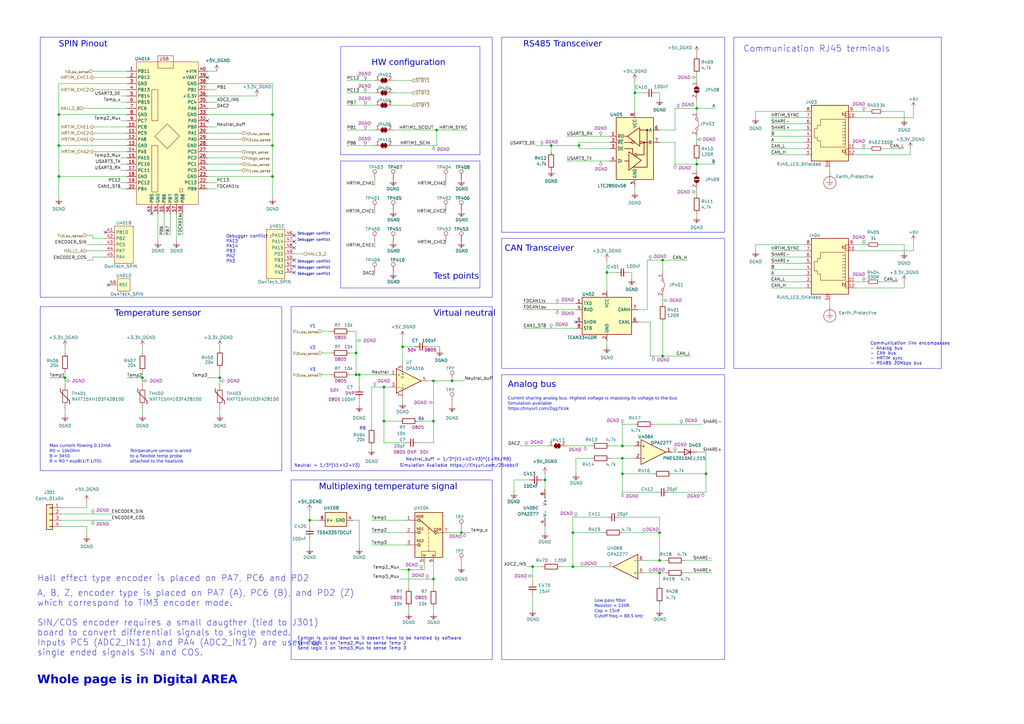
<source format=kicad_sch>
(kicad_sch (version 20231120) (generator "eeschema") (generator_version "8.0")
  (paper "A3")
  (title_block (title "OWNVERTER V0.1") (company "https://gitlab.laas.fr/owntech/1leg/-/tree/V1.1.2/KiCAD_files") (comment 1 "TWR"))
  (junction (at 165.1 142.24))
  (junction (at 270.51 218.44))
  (junction (at 223.52 196.85))
  (junction (at 270.51 234.95))
  (junction (at 255.27 182.88))
  (junction (at 146.05 153.67))
  (junction (at 218.44 232.41))
  (junction (at 157.48 172.72))
  (junction (at 271.78 106.68))
  (junction (at 111.76 72.39))
  (junction (at 24.13 72.39))
  (junction (at 177.8 237.49))
  (junction (at 90.17 154.94))
  (junction (at 179.07 53.34))
  (junction (at 270.51 229.87))
  (junction (at 189.23 218.44))
  (junction (at 157.48 158.75))
  (junction (at 255.27 194.31))
  (junction (at 24.13 59.69))
  (junction (at 177.8 172.72))
  (junction (at 147.32 153.67))
  (junction (at 185.42 156.21))
  (junction (at 234.95 218.44))
  (junction (at 24.13 46.99))
  (junction (at 271.78 146.05))
  (junction (at 111.76 46.99))
  (junction (at 260.35 38.1))
  (junction (at 285.75 67.31))
  (junction (at 289.56 194.31))
  (junction (at 234.95 232.41))
  (junction (at 237.49 59.69))
  (junction (at 146.05 144.78))
  (junction (at 167.64 233.68))
  (junction (at 255.27 187.96))
  (junction (at 226.06 59.69))
  (junction (at 127 213.36))
  (junction (at 285.75 44.45))
  (junction (at 177.8 156.21))
  (junction (at 248.92 111.76))
  (junction (at 111.76 59.69))
  (junction (at 26.67 154.94))
  (junction (at 58.42 154.94))
  (no_connect (at 120.65 101.6))
  (no_connect (at 236.22 132.08))
  (no_connect (at 85.09 31.75))
  (no_connect (at 62.23 87.63))
  (no_connect (at 120.65 106.68))
  (no_connect (at 120.65 109.22))
  (no_connect (at 120.65 111.76))
  (no_connect (at 120.65 99.06))
  (no_connect (at 120.65 96.52))
  (no_connect (at 44.45 116.84))
  (no_connect (at 85.09 49.53))
  (no_connect (at 43.18 95.25))
  (wire (pts (xy 226.06 59.69) (xy 226.06 62.23)))
  (wire (pts (xy 237.49 60.96) (xy 250.19 60.96)))
  (wire (pts (xy 35.56 205.74) (xy 35.56 208.28)))
  (wire (pts (xy 271.78 121.92) (xy 271.78 124.46)))
  (wire (pts (xy 166.37 218.44) (xy 152.4 218.44)))
  (wire (pts (xy 234.95 218.44) (xy 247.65 218.44)))
  (wire (pts (xy 24.13 59.69) (xy 52.07 59.69)))
  (wire (pts (xy 248.92 106.68) (xy 248.92 111.76)))
  (wire (pts (xy 168.91 38.1) (xy 161.29 38.1)))
  (wire (pts (xy 255.27 218.44) (xy 270.51 218.44)))
  (wire (pts (xy 90.17 151.13) (xy 90.17 154.94)))
  (wire (pts (xy 254 212.09) (xy 270.51 212.09)))
  (wire (pts (xy 90.17 154.94) (xy 90.17 157.48)))
  (wire (pts (xy 49.53 41.91) (xy 52.07 41.91)))
  (wire (pts (xy 38.1 57.15) (xy 52.07 57.15)))
  (wire (pts (xy 35.56 100.33) (xy 43.18 100.33)))
  (wire (pts (xy 85.09 46.99) (xy 111.76 46.99)))
  (wire (pts (xy 350.52 63.5) (xy 373.38 63.5)))
  (wire (pts (xy 35.56 102.87) (xy 43.18 102.87)))
  (wire (pts (xy 142.24 53.34) (xy 153.67 53.34)))
  (wire (pts (xy 214.63 134.62) (xy 236.22 134.62)))
  (wire (pts (xy 177.8 248.92) (xy 177.8 251.46)))
  (wire (pts (xy 85.09 34.29) (xy 111.76 34.29)))
  (wire (pts (xy 285.75 66.04) (xy 285.75 67.31)))
  (wire (pts (xy 232.41 66.04) (xy 250.19 66.04)))
  (wire (pts (xy 24.13 46.99) (xy 52.07 46.99)))
  (wire (pts (xy 275.59 194.31) (xy 289.56 194.31)))
  (wire (pts (xy 185.42 156.21) (xy 190.5 156.21)))
  (wire (pts (xy 270.51 38.1) (xy 269.24 38.1)))
  (wire (pts (xy 255.27 182.88) (xy 255.27 173.99)))
  (wire (pts (xy 267.97 194.31) (xy 255.27 194.31)))
  (wire (pts (xy 26.67 142.24) (xy 26.67 144.78)))
  (wire (pts (xy 276.86 44.45) (xy 285.75 44.45)))
  (wire (pts (xy 143.51 144.78) (xy 146.05 144.78)))
  (wire (pts (xy 360.68 115.57) (xy 368.3 115.57)))
  (wire (pts (xy 232.41 55.88) (xy 250.19 55.88)))
  (wire (pts (xy 374.65 44.45) (xy 374.65 48.26)))
  (wire (pts (xy 265.43 106.68) (xy 271.78 106.68)))
  (wire (pts (xy 214.63 127) (xy 236.22 127)))
  (wire (pts (xy 153.67 99.06) (xy 153.67 101.6)))
  (wire (pts (xy 316.23 48.26) (xy 330.2 48.26)))
  (wire (pts (xy 38.1 52.07) (xy 52.07 52.07)))
  (wire (pts (xy 38.1 31.75) (xy 52.07 31.75)))
  (wire (pts (xy 168.91 33.02) (xy 161.29 33.02)))
  (wire (pts (xy 153.67 38.1) (xy 142.24 38.1)))
  (wire (pts (xy 229.87 232.41) (xy 234.95 232.41)))
  (wire (pts (xy 316.23 53.34) (xy 330.2 53.34)))
  (wire (pts (xy 99.06 67.31) (xy 85.09 67.31)))
  (wire (pts (xy 276.86 67.31) (xy 285.75 67.31)))
  (wire (pts (xy 285.75 21.59) (xy 285.75 22.86)))
  (wire (pts (xy 271.78 106.68) (xy 281.94 106.68)))
  (wire (pts (xy 38.1 96.52) (xy 35.56 96.52)))
  (wire (pts (xy 265.43 127) (xy 261.62 127)))
  (wire (pts (xy 274.32 201.93) (xy 289.56 201.93)))
  (wire (pts (xy 266.7 132.08) (xy 266.7 146.05)))
  (wire (pts (xy 260.35 38.1) (xy 264.16 38.1)))
  (wire (pts (xy 285.75 185.42) (xy 289.56 185.42)))
  (wire (pts (xy 85.09 154.94) (xy 90.17 154.94)))
  (wire (pts (xy 285.75 30.48) (xy 285.75 33.02)))
  (wire (pts (xy 38.1 106.68) (xy 38.1 105.41)))
  (wire (pts (xy 25.4 210.82) (xy 45.72 210.82)))
  (wire (pts (xy 255.27 173.99) (xy 260.35 173.99)))
  (wire (pts (xy 260.35 38.1) (xy 260.35 45.72)))
  (wire (pts (xy 223.52 215.9) (xy 223.52 218.44)))
  (wire (pts (xy 189.23 232.41) (xy 189.23 231.14)))
  (wire (pts (xy 49.53 39.37) (xy 52.07 39.37)))
  (wire (pts (xy 85.09 64.77) (xy 99.06 64.77)))
  (wire (pts (xy 157.48 158.75) (xy 160.02 158.75)))
  (wire (pts (xy 226.06 59.69) (xy 237.49 59.69)))
  (wire (pts (xy 111.76 59.69) (xy 111.76 72.39)))
  (wire (pts (xy 177.8 156.21) (xy 175.26 156.21)))
  (wire (pts (xy 264.16 234.95) (xy 270.51 234.95)))
  (wire (pts (xy 316.23 113.03) (xy 330.2 113.03)))
  (wire (pts (xy 250.19 182.88) (xy 255.27 182.88)))
  (wire (pts (xy 350.52 102.87) (xy 374.65 102.87)))
  (wire (pts (xy 219.71 59.69) (xy 226.06 59.69)))
  (wire (pts (xy 330.2 115.57) (xy 316.23 115.57)))
  (wire (pts (xy 223.52 196.85) (xy 223.52 200.66)))
  (wire (pts (xy 99.06 57.15) (xy 85.09 57.15)))
  (wire (pts (xy 270.51 247.65) (xy 270.51 250.19)))
  (wire (pts (xy 147.32 153.67) (xy 147.32 158.75)))
  (wire (pts (xy 67.31 87.63) (xy 67.31 96.52)))
  (wire (pts (xy 270.51 218.44) (xy 270.51 229.87)))
  (wire (pts (xy 24.13 59.69) (xy 24.13 46.99)))
  (wire (pts (xy 259.08 111.76) (xy 257.81 111.76)))
  (wire (pts (xy 38.1 62.23) (xy 52.07 62.23)))
  (wire (pts (xy 237.49 60.96) (xy 237.49 59.69)))
  (wire (pts (xy 146.05 135.89) (xy 146.05 144.78)))
  (wire (pts (xy 25.4 215.9) (xy 35.56 215.9)))
  (wire (pts (xy 275.59 185.42) (xy 278.13 185.42)))
  (wire (pts (xy 85.09 44.45) (xy 88.9 44.45)))
  (wire (pts (xy 179.07 53.34) (xy 191.77 53.34)))
  (wire (pts (xy 127 220.98) (xy 127 224.79)))
  (wire (pts (xy 163.83 237.49) (xy 177.8 237.49)))
  (wire (pts (xy 260.35 33.02) (xy 260.35 38.1)))
  (wire (pts (xy 58.42 142.24) (xy 58.42 144.78)))
  (wire (pts (xy 85.09 62.23) (xy 99.06 62.23)))
  (wire (pts (xy 316.23 55.88) (xy 330.2 55.88)))
  (wire (pts (xy 49.53 64.77) (xy 52.07 64.77)))
  (wire (pts (xy 166.37 213.36) (xy 152.4 213.36)))
  (wire (pts (xy 370.84 45.72) (xy 370.84 48.895)))
  (wire (pts (xy 85.09 54.61) (xy 99.06 54.61)))
  (wire (pts (xy 271.78 111.76) (xy 271.78 106.68)))
  (wire (pts (xy 189.23 218.44) (xy 193.04 218.44)))
  (wire (pts (xy 132.08 135.89) (xy 135.89 135.89)))
  (wire (pts (xy 185.42 166.37) (xy 185.42 165.1)))
  (wire (pts (xy 146.05 153.67) (xy 147.32 153.67)))
  (wire (pts (xy 49.53 49.53) (xy 52.07 49.53)))
  (wire (pts (xy 163.83 172.72) (xy 157.48 172.72)))
  (wire (pts (xy 49.53 74.93) (xy 52.07 74.93)))
  (wire (pts (xy 255.27 201.93) (xy 255.27 194.31)))
  (wire (pts (xy 265.43 106.68) (xy 265.43 127)))
  (wire (pts (xy 285.75 77.47) (xy 285.75 80.01)))
  (wire (pts (xy 242.57 187.96) (xy 236.22 187.96)))
  (wire (pts (xy 127 209.55) (xy 127 213.36)))
  (wire (pts (xy 215.9 232.41) (xy 218.44 232.41)))
  (wire (pts (xy 350.52 48.26) (xy 374.65 48.26)))
  (wire (pts (xy 234.95 212.09) (xy 234.95 218.44)))
  (wire (pts (xy 316.23 102.87) (xy 330.2 102.87)))
  (wire (pts (xy 38.1 97.79) (xy 43.18 97.79)))
  (wire (pts (xy 161.29 59.69) (xy 179.07 59.69)))
  (wire (pts (xy 85.09 41.91) (xy 88.9 41.91)))
  (wire (pts (xy 24.13 72.39) (xy 24.13 81.28)))
  (wire (pts (xy 316.23 118.11) (xy 330.2 118.11)))
  (wire (pts (xy 370.84 115.57) (xy 370.84 118.11)))
  (wire (pts (xy 58.42 167.64) (xy 58.42 170.18)))
  (wire (pts (xy 248.92 111.76) (xy 252.73 111.76)))
  (wire (pts (xy 85.09 74.93) (xy 88.9 74.93)))
  (wire (pts (xy 152.4 182.88) (xy 152.4 184.15)))
  (wire (pts (xy 24.13 72.39) (xy 24.13 59.69)))
  (wire (pts (xy 177.8 156.21) (xy 185.42 156.21)))
  (wire (pts (xy 58.42 152.4) (xy 58.42 154.94)))
  (wire (pts (xy 157.48 158.75) (xy 157.48 172.72)))
  (wire (pts (xy 236.22 187.96) (xy 236.22 194.31)))
  (wire (pts (xy 182.88 99.06) (xy 182.88 100.33)))
  (wire (pts (xy 189.23 217.17) (xy 189.23 218.44)))
  (wire (pts (xy 316.23 50.8) (xy 330.2 50.8)))
  (wire (pts (xy 218.44 243.84) (xy 218.44 250.19)))
  (wire (pts (xy 285.75 58.42) (xy 285.75 55.88)))
  (wire (pts (xy 271.78 146.05) (xy 283.21 146.05)))
  (wire (pts (xy 182.88 86.36) (xy 182.88 87.63)))
  (wire (pts (xy 167.64 248.92) (xy 167.64 251.46)))
  (wire (pts (xy 266.7 146.05) (xy 271.78 146.05)))
  (wire (pts (xy 69.85 87.63) (xy 69.85 96.52)))
  (wire (pts (xy 85.09 39.37) (xy 105.41 39.37)))
  (wire (pts (xy 259.08 111.76) (xy 259.08 114.3)))
  (wire (pts (xy 250.19 187.96) (xy 255.27 187.96)))
  (wire (pts (xy 85.09 52.07) (xy 88.9 52.07)))
  (wire (pts (xy 147.32 163.83) (xy 147.32 166.37)))
  (wire (pts (xy 127 213.36) (xy 127 215.9)))
  (wire (pts (xy 132.08 144.78) (xy 135.89 144.78)))
  (wire (pts (xy 177.8 181.61) (xy 177.8 172.72)))
  (wire (pts (xy 167.64 233.68) (xy 173.99 233.68)))
  (wire (pts (xy 168.91 43.18) (xy 161.29 43.18)))
  (wire (pts (xy 153.67 86.36) (xy 153.67 87.63)))
  (wire (pts (xy 180.34 142.24) (xy 175.26 142.24)))
  (wire (pts (xy 248.92 111.76) (xy 248.92 119.38)))
  (wire (pts (xy 280.67 229.87) (xy 292.1 229.87)))
  (wire (pts (xy 373.38 60.96) (xy 373.38 63.5)))
  (wire (pts (xy 270.51 58.42) (xy 276.86 58.42)))
  (wire (pts (xy 34.29 44.45) (xy 52.07 44.45)))
  (wire (pts (xy 165.1 142.24) (xy 165.1 148.59)))
  (wire (pts (xy 180.34 143.51) (xy 180.34 142.24)))
  (wire (pts (xy 270.51 234.95) (xy 273.05 234.95)))
  (wire (pts (xy 85.09 29.21) (xy 88.9 29.21)))
  (wire (pts (xy 285.75 40.64) (xy 285.75 44.45)))
  (wire (pts (xy 58.42 154.94) (xy 58.42 157.48)))
  (wire (pts (xy 52.07 72.39) (xy 24.13 72.39)))
  (wire (pts (xy 350.52 115.57) (xy 355.6 115.57)))
  (wire (pts (xy 26.67 167.64) (xy 26.67 170.18)))
  (wire (pts (xy 171.45 181.61) (xy 177.8 181.61)))
  (wire (pts (xy 309.88 100.33) (xy 309.88 102.87)))
  (wire (pts (xy 210.82 196.85) (xy 210.82 201.93)))
  (wire (pts (xy 289.56 201.93) (xy 289.56 194.31)))
  (wire (pts (xy 316.23 58.42) (xy 330.2 58.42)))
  (wire (pts (xy 132.08 153.67) (xy 135.89 153.67)))
  (wire (pts (xy 260.35 76.2) (xy 260.35 78.74)))
  (wire (pts (xy 214.63 124.46) (xy 236.22 124.46)))
  (wire (pts (xy 35.56 106.68) (xy 38.1 106.68)))
  (wire (pts (xy 316.23 110.49) (xy 330.2 110.49)))
  (wire (pts (xy 255.27 187.96) (xy 260.35 187.96)))
  (wire (pts (xy 111.76 72.39) (xy 111.76 81.28)))
  (wire (pts (xy 153.67 73.66) (xy 153.67 76.2)))
  (wire (pts (xy 218.44 232.41) (xy 222.25 232.41)))
  (wire (pts (xy 285.75 44.45) (xy 285.75 45.72)))
  (wire (pts (xy 90.17 167.64) (xy 90.17 170.18)))
  (wire (pts (xy 147.32 213.36) (xy 147.32 224.79)))
  (wire (pts (xy 285.75 88.9) (xy 285.75 87.63)))
  (wire (pts (xy 184.15 218.44) (xy 189.23 218.44)))
  (wire (pts (xy 255.27 187.96) (xy 255.27 194.31)))
  (wire (pts (xy 146.05 144.78) (xy 146.05 153.67)))
  (wire (pts (xy 289.56 185.42) (xy 289.56 194.31)))
  (wire (pts (xy 111.76 46.99) (xy 111.76 59.69)))
  (wire (pts (xy 127 213.36) (xy 130.81 213.36)))
  (wire (pts (xy 152.4 158.75) (xy 152.4 175.26)))
  (wire (pts (xy 157.48 181.61) (xy 157.48 172.72)))
  (wire (pts (xy 360.68 100.33) (xy 370.84 100.33)))
  (wire (pts (xy 316.23 105.41) (xy 330.2 105.41)))
  (wire (pts (xy 370.84 100.33) (xy 370.84 103.505)))
  (wire (pts (xy 124.46 104.14) (xy 120.65 104.14)))
  (wire (pts (xy 340.36 68.58) (xy 340.36 71.12)))
  (wire (pts (xy 49.53 77.47) (xy 52.07 77.47)))
  (wire (pts (xy 143.51 135.89) (xy 146.05 135.89)))
  (wire (pts (xy 309.88 45.72) (xy 330.2 45.72)))
  (wire (pts (xy 234.95 218.44) (xy 234.95 232.41)))
  (wire (pts (xy 316.23 107.95) (xy 330.2 107.95)))
  (wire (pts (xy 153.67 33.02) (xy 142.24 33.02)))
  (wire (pts (xy 166.37 181.61) (xy 157.48 181.61)))
  (wire (pts (xy 276.86 58.42) (xy 276.86 67.31)))
  (wire (pts (xy 26.67 154.94) (xy 26.67 157.48)))
  (wire (pts (xy 350.52 100.33) (xy 355.6 100.33)))
  (wire (pts (xy 255.27 182.88) (xy 260.35 182.88)))
  (wire (pts (xy 270.51 53.34) (xy 276.86 53.34)))
  (wire (pts (xy 271.78 132.08) (xy 271.78 146.05)))
  (wire (pts (xy 267.97 173.99) (xy 288.29 173.99)))
  (wire (pts (xy 72.39 87.63) (xy 72.39 99.06)))
  (wire (pts (xy 153.67 111.76) (xy 153.67 113.03)))
  (wire (pts (xy 142.24 59.69) (xy 153.67 59.69)))
  (wire (pts (xy 248.92 139.7) (xy 248.92 142.24)))
  (wire (pts (xy 340.36 123.19) (xy 340.36 125.73)))
  (wire (pts (xy 35.56 208.28) (xy 25.4 208.28)))
  (wire (pts (xy 330.2 60.96) (xy 316.23 60.96)))
  (wire (pts (xy 24.13 46.99) (xy 24.13 34.29)))
  (wire (pts (xy 269.24 201.93) (xy 255.27 201.93)))
  (wire (pts (xy 24.13 34.29) (xy 52.07 34.29)))
  (wire (pts (xy 361.95 45.72) (xy 370.84 45.72)))
  (wire (pts (xy 285.75 44.45) (xy 293.37 44.45)))
  (wire (pts (xy 152.4 158.75) (xy 157.48 158.75)))
  (wire (pts (xy 218.44 232.41) (xy 218.44 238.76)))
  (wire (pts (xy 361.95 60.96) (xy 370.84 60.96)))
  (wire (pts (xy 166.37 223.52) (xy 152.4 223.52)))
  (wire (pts (xy 261.62 132.08) (xy 266.7 132.08)))
  (wire (pts (xy 165.1 138.43) (xy 165.1 142.24)))
  (wire (pts (xy 163.83 233.68) (xy 167.64 233.68)))
  (wire (pts (xy 38.1 36.83) (xy 52.07 36.83)))
  (wire (pts (xy 234.95 232.41) (xy 248.92 232.41)))
  (wire (pts (xy 285.75 67.31) (xy 293.37 67.31)))
  (wire (pts (xy 142.24 43.18) (xy 153.67 43.18)))
  (wire (pts (xy 20.32 154.94) (xy 26.67 154.94)))
  (wire (pts (xy 147.32 153.67) (xy 160.02 153.67)))
  (wire (pts (xy 38.1 54.61) (xy 52.07 54.61)))
  (wire (pts (xy 25.4 213.36) (xy 45.72 213.36)))
  (wire (pts (xy 161.29 53.34) (xy 179.07 53.34)))
  (wire (pts (xy 237.49 58.42) (xy 250.19 58.42)))
  (wire (pts (xy 223.52 194.31) (xy 223.52 196.85)))
  (wire (pts (xy 64.77 87.63) (xy 64.77 99.06)))
  (wire (pts (xy 167.64 233.68) (xy 167.64 241.3)))
  (wire (pts (xy 143.51 153.67) (xy 146.05 153.67)))
  (wire (pts (xy 270.51 229.87) (xy 273.05 229.87)))
  (wire (pts (xy 38.1 105.41) (xy 43.18 105.41)))
  (wire (pts (xy 234.95 212.09) (xy 248.92 212.09)))
  (wire (pts (xy 232.41 182.88) (xy 242.57 182.88)))
  (wire (pts (xy 171.45 172.72) (xy 177.8 172.72)))
  (wire (pts (xy 85.09 36.83) (xy 88.9 36.83)))
  (wire (pts (xy 350.52 118.11) (xy 370.84 118.11)))
  (wire (pts (xy 270.51 212.09) (xy 270.51 218.44)))
  (wire (pts (xy 49.53 69.85) (xy 52.07 69.85)))
  (wire (pts (xy 35.56 215.9) (xy 35.56 219.71)))
  (wire (pts (xy 177.8 231.14) (xy 177.8 237.49)))
  (wire (pts (xy 182.88 73.66) (xy 182.88 76.2)))
  (wire (pts (xy 177.8 237.49) (xy 177.8 241.3)))
  (wire (pts (xy 280.67 234.95) (xy 292.1 234.95)))
  (wire (pts (xy 85.09 72.39) (xy 111.76 72.39)))
  (wire (pts (xy 26.67 152.4) (xy 26.67 154.94)))
  (wire (pts (xy 177.8 156.21) (xy 177.8 172.72)))
  (wire (pts (xy 276.86 53.34) (xy 276.86 44.45)))
  (wire (pts (xy 222.25 196.85) (xy 223.52 196.85)))
  (wire (pts (xy 38.1 29.21) (xy 52.07 29.21)))
  (wire (pts (xy 85.09 69.85) (xy 99.06 69.85)))
  (wire (pts (xy 270.51 38.1) (xy 270.51 40.64)))
  (wire (pts (xy 90.17 142.24) (xy 90.17 143.51)))
  (wire (pts (xy 74.93 87.63) (xy 74.93 96.52)))
  (wire (pts (xy 179.07 53.34) (xy 179.07 59.69)))
  (wire (pts (xy 213.36 182.88) (xy 224.79 182.88)))
  (wire (pts (xy 173.99 231.14) (xy 173.99 233.68)))
  (wire (pts (xy 309.88 45.72) (xy 309.88 48.26)))
  (wire (pts (xy 264.16 229.87) (xy 270.51 229.87)))
  (wire (pts (xy 309.88 100.33) (xy 330.2 100.33)))
  (wire (pts (xy 165.1 142.24) (xy 170.18 142.24)))
  (wire (pts (xy 350.52 45.72) (xy 356.87 45.72)))
  (wire (pts (xy 85.09 59.69) (xy 111.76 59.69)))
  (wire (pts (xy 165.1 163.83) (xy 165.1 165.1)))
  (wire (pts (xy 52.07 154.94) (xy 58.42 154.94)))
  (wire (pts (xy 316.23 63.5) (xy 330.2 63.5)))
  (wire (pts (xy 270.51 240.03) (xy 270.51 234.95)))
  (wire (pts (xy 38.1 96.52) (xy 38.1 97.79)))
  (wire (pts (xy 350.52 60.96) (xy 356.87 60.96)))
  (wire (pts (xy 144.78 213.36) (xy 147.32 213.36)))
  (wire (pts (xy 85.09 77.47) (xy 88.9 77.47)))
  (wire (pts (xy 285.75 67.31) (xy 285.75 69.85)))
  (wire (pts (xy 111.76 34.29) (xy 111.76 46.99)))
  (wire (pts (xy 49.53 67.31) (xy 52.07 67.31)))
  (wire (pts (xy 237.49 59.69) (xy 237.49 58.42)))
  (wire (pts (xy 374.65 99.06) (xy 374.65 102.87)))
  (wire (pts (xy 210.82 196.85) (xy 217.17 196.85)))
  (rectangle (start 205.74 153.67) (end 297.18 270.51))
  (rectangle (start 205.74 15.24) (end 297.18 95.25))
  (rectangle (start 139.7 19.05) (end 196.85 63.5))
  (rectangle (start 300.99 15.24) (end 386.08 151.13))
  (rectangle (start 16.51 125.73) (end 115.57 193.04))
  (rectangle (start 16.51 15.24) (end 201.93 121.92))
  (rectangle (start 139.7 66.04) (end 196.85 118.11))
  (rectangle (start 119.38 196.85) (end 201.93 270.51))
  (rectangle (start 205.74 97.79) (end 297.18 151.13))
  (rectangle (start 119.38 125.73) (end 201.93 193.04))
  (text "Simulation Available https://tinyurl.com/25vbbclf" (at 163.83 191.77 0) (effects (font (size 1.27 1.27)) (justify left bottom)))
  (text "Hall effect type encoder is placed on PA7, PC6 and PD2" (at 15.24 238.76 0) (effects (font (size 2.54 2.54)) (justify left bottom)))
  (text "HW configuration\n" (at 152.4 27.94 0) (effects (font (size 2.4892 2.4892)) (justify left bottom)))
  (text "Neutral = 1/3*(V1+V2+V3)" (at 120.65 191.77 0) (effects (font (size 1.27 1.27)) (justify left bottom)))
  (text "A, B, Z, encoder type is placed on PA7 (A), PC6 (B), and PD2 (Z)\nwhich correspond to TIM3 encoder mode." (at 15.24 248.92 0) (effects (font (size 2.54 2.54)) (justify left bottom)))
  (text "Debugger conflict" (at 121.92 113.03 0) (effects (font (size 1 1)) (justify left bottom)))
  (text "Debugger conflict" (at 121.92 110.49 0) (effects (font (size 1 1)) (justify left bottom)))
  (text "RS485 Transceiver" (at 214.63 20.32 0) (effects (font (size 2.4892 2.4892)) (justify left bottom)))
  (text "Analog bus\n" (at 208.28 160.02 0) (effects (font (size 2.54 2.54)) (justify left bottom)))
  (text "Test points" (at 177.8 115.57 0) (effects (font (size 2.4892 2.4892)) (justify left bottom)))
  (text "V1" (at 127 134.62 0) (effects (font (size 1.27 1.27)) (justify left bottom)))
  (text "Virtual neutral " (at 177.8 130.81 0) (effects (font (size 2.54 2.54)) (justify left bottom)))
  (text "Max current flowing 0.12mA\nR0 = 10kOhm \nB = 3450\nR = R0 * expB(1/T-1/T0)" (at 20.32 190.5 0) (effects (font (size 1.27 1.27)) (justify left bottom)))
  (text "RA\n" (at 171.45 172.72 0) (effects (font (size 1.27 1.27)) (justify left bottom)))
  (text "SPIN Pinout" (at 24.13 20.32 0) (effects (font (size 2.4892 2.4892)) (justify left bottom)))
  (text "Debugger conflict" (at 121.92 96.52 0) (effects (font (size 1 1)) (justify left bottom)))
  (text "Communication link encompasses \n- Analog bus \n- CAN bus \n- HRTIM sync\n- RS485 20Mbps bus" (at 356.87 149.86 0) (effects (font (size 1.27 1.27)) (justify left bottom)))
  (text "Debugger conflict" (at 121.92 99.06 0) (effects (font (size 1 1)) (justify left bottom)))
  (text "Neutral_buff = 1/3*(V1+V2+V3)*(1+RA/RB)" (at 166.37 189.23 0) (effects (font (size 1.27 1.27)) (justify left bottom)))
  (text "Current sharing analog bus. Highest voltage is imposing its voltage to the bus\nSimulation available \nhttps://tinyurl.com/2qg7lcok" (at 208.28 168.91 0) (effects (font (size 1.27 1.27)) (justify left bottom)))
  (text "Temperature sensor" (at 46.99 130.81 0) (effects (font (size 2.54 2.54)) (justify left bottom)))
  (text "Multiplexing temperature signal" (at 130.81 201.93 0) (effects (font (size 2.54 2.54)) (justify left bottom)))
  (text "Low pass filter\nResistor = 120R\nCap = 15nF\nCutoff freq = 88.5 kHz" (at 243.84 254 0) (effects (font (size 1.27 1.27)) (justify left bottom)))
  (text "Communication RJ45 terminals " (at 304.8 21.59 0) (effects (font (size 2.54 2.54)) (justify left bottom)))
  (text "Control is pulled down so it doesn't have to be handled by software\nSend logic 1 on Temp2_Mux to sense Temp 2\nSend logic 1 on Temp3_Mux to sense Temp 3" (at 121.92 266.7 0) (effects (font (size 1.27 1.27)) (justify left bottom)))
  (text "RB\n" (at 147.32 176.53 0) (effects (font (size 1.27 1.27)) (justify left bottom)))
  (text "SIN/COS encoder requires a small daugther (tied to J301)\nboard to convert differential signals to single ended. \nInputs PC5 (ADC2_IN11) and PA4 (ADC2_IN17) are used for \nsingle ended signals SIN and COS." (at 15.24 269.24 0) (effects (font (size 2.54 2.54)) (justify left bottom)))
  (text "Whole page is in Digital AREA\n" (at 15.24 281.94 0) (effects (font (size 3.5 3.5) (thickness 0.7) (bold yes)) (justify left bottom)))
  (text "Debugger conflict : \nPA13\nPA14\nPB3\nPA2\nPA3" (at 92.71 107.95 0) (effects (font (size 1.27 1.27)) (justify left bottom)))
  (text "V3" (at 127 152.4 0) (effects (font (size 1.27 1.27)) (justify left bottom)))
  (text "CAN Transceiver\n" (at 207.01 104.14 0) (effects (font (size 2.4892 2.4892)) (justify left bottom)))
  (text "Debugger conflict" (at 121.92 107.95 0) (effects (font (size 1 1)) (justify left bottom)))
  (text "Temperature sensor is wired\nto a flexible temp probe \nattached to the heatsink\n" (at 53.34 190.5 0) (effects (font (size 1.27 1.27)) (justify left bottom)))
  (text "V2" (at 127 143.51 0) (effects (font (size 1.27 1.27)) (justify left bottom)))
  (label "HRTIM1_SCOUT" (at 177.8 53.34 180))
  (label "PC12" (at 142.24 33.02 0))
  (label "USART3_TX" (at 49.53 67.31 180))
  (label "A" (at 316.23 58.42 0))
  (label "ADC2_IN5" (at 88.9 41.91 0))
  (label "B" (at 316.23 110.49 0))
  (label "B" (at 293.37 67.31 180))
  (label "Temp2_Mux" (at 49.53 49.53 180))
  (label "HRTIM_CHC2" (at 182.88 87.63 180))
  (label "HRTIM_SYNC" (at 316.23 48.26 0))
  (label "PB7" (at 69.85 96.52 90))
  (label "USART3_TX" (at 232.41 66.04 0))
  (label "SHARE-" (at 316.23 105.41 0))
  (label "Temp3" (at 152.4 223.52 0))
  (label "PB1" (at 88.9 36.83 0))
  (label "CAN_L" (at 368.3 115.57 180))
  (label "Temp_x" (at 193.04 218.44 0))
  (label "HRTIM_CHA2" (at 182.88 76.2 180))
  (label "ENCODER_SIN" (at 45.72 210.82 0))
  (label "PB1" (at 142.24 53.34 0))
  (label "HRTIM1_SCIN" (at 176.53 59.69 180))
  (label "CAN1_STB" (at 49.53 77.47 180))
  (label "ENCODER_SIN" (at 35.56 100.33 180))
  (label "SHARE-" (at 292.1 229.87 180))
  (label "USART3_DE" (at 49.53 39.37 180))
  (label "Temp_x" (at 49.53 41.91 180))
  (label "Temp3_Mux" (at 163.83 237.49 180))
  (label "CAN_L" (at 316.23 60.96 0))
  (label "ENCODER_COS" (at 45.72 213.36 0))
  (label "HRTIM_SYNC" (at 191.77 53.34 180))
  (label "HRTIM_CHC1" (at 153.67 87.63 180))
  (label "HRTIM_CHA1" (at 153.67 76.2 180))
  (label "PC13" (at 142.24 38.1 0))
  (label "A" (at 293.37 44.45 180))
  (label "Neutral" (at 152.4 153.67 0))
  (label "B" (at 316.23 55.88 0))
  (label "Temp2" (at 52.07 154.94 0))
  (label "DAC2" (at 88.9 44.45 0))
  (label "HRTIM_CHE1" (at 153.67 101.6 180))
  (label "Temp1" (at 20.32 154.94 0))
  (label "ADC2_IN5" (at 215.9 232.41 180))
  (label "CAN_H" (at 281.94 106.68 180))
  (label "SHARE+" (at 316.23 53.34 0))
  (label "Neutral_buff" (at 88.9 52.07 0))
  (label "USART3_RX" (at 49.53 69.85 180))
  (label "PB6" (at 67.31 96.52 90))
  (label "USART3_DE" (at 219.71 59.69 180))
  (label "Temp3" (at 85.09 154.94 180))
  (label "CAN_H" (at 316.23 118.11 0))
  (label "Temp2_Mux" (at 163.83 233.68 180))
  (label "SHARE+" (at 292.1 234.95 180))
  (label "Temp3_Mux" (at 49.53 64.77 180))
  (label "CAN1_STB" (at 214.63 134.62 0))
  (label "CAN_L" (at 283.21 146.05 180))
  (label "CAN_L" (at 370.84 60.96 180))
  (label "PC12" (at 49.53 74.93 180))
  (label "Temp2" (at 152.4 218.44 0))
  (label "ENCODER_COS" (at 35.56 106.68 180))
  (label "DAC2" (at 153.67 113.03 180))
  (label "SHARE+" (at 288.29 185.42 0))
  (label "HRTIM_CHE2" (at 182.88 100.33 180))
  (label "A" (at 316.23 113.03 0))
  (label "CAN_H" (at 316.23 63.5 0))
  (label "FDCAN1_{TX}" (at 214.63 124.46 0))
  (label "SHARE-" (at 288.29 173.99 0))
  (label "SHARE+" (at 316.23 107.95 0))
  (label "PC13" (at 88.9 74.93 0))
  (label "PB7" (at 142.24 43.18 0))
  (label "PB6" (at 142.24 59.69 0))
  (label "CAN_L" (at 316.23 115.57 0))
  (label "HRTIM_SYNC" (at 316.23 102.87 0))
  (label "USART3_RX" (at 232.41 55.88 0))
  (label "FDCAN1_{TX}" (at 88.9 77.47 0))
  (label "FDCAN1_{RX}" (at 214.63 127 0))
  (label "DAC2" (at 213.36 182.88 180))
  (label "Temp1" (at 152.4 213.36 0))
  (label "SHARE-" (at 316.23 50.8 0))
  (label "Neutral_buff" (at 190.5 156.21 0))
  (label "FDCAN1_{RX}" (at 74.93 96.52 90))
  (hierarchical_label "~{STBY3}" (shape input) (at 168.91 43.18 0))
  (hierarchical_label "HALL3_Z" (shape input) (at 124.46 104.14 0))
  (hierarchical_label "HRTIM_CHA1" (shape output) (at 38.1 57.15 180))
  (hierarchical_label "V_{I1Low_sense}" (shape input) (at 132.08 135.89 180))
  (hierarchical_label "HALL2_B" (shape input) (at 34.29 44.45 180))
  (hierarchical_label "V_{I2Low_sense}" (shape input) (at 132.08 144.78 180))
  (hierarchical_label "I_{I1Low_sense}" (shape input) (at 99.06 67.31 0))
  (hierarchical_label "V_{I3Low_sense}" (shape input) (at 132.08 153.67 180))
  (hierarchical_label "I_{I3Low_sense}" (shape input) (at 38.1 29.21 180))
  (hierarchical_label "HRTIM_CHC2" (shape output) (at 38.1 36.83 180))
  (hierarchical_label "V_{I1Low_sense}" (shape input) (at 99.06 69.85 0))
  (hierarchical_label "HRTIM_CHC1" (shape output) (at 38.1 31.75 180))
  (hierarchical_label "V_{I3Low_sense}" (shape input) (at 35.56 96.52 180))
  (hierarchical_label "HALL1_A" (shape input) (at 35.56 102.87 180))
  (hierarchical_label "V_{I2Low_sense}" (shape input) (at 99.06 57.15 0))
  (hierarchical_label "I_{IHigh_sense}" (shape input) (at 99.06 62.23 0))
  (hierarchical_label "HRTIM_CHE2" (shape output) (at 38.1 54.61 180))
  (hierarchical_label "~{STBY1}" (shape input) (at 168.91 33.02 0))
  (hierarchical_label "V_{IHigh_sense}" (shape input) (at 99.06 64.77 0))
  (hierarchical_label "HRTIM_CHA2" (shape output) (at 38.1 62.23 180))
  (hierarchical_label "I_{I2Low_sense}" (shape input) (at 99.06 54.61 0))
  (hierarchical_label "~{STBY2}" (shape input) (at 168.91 38.1 0))
  (hierarchical_label "HRTIM_CHE1" (shape output) (at 38.1 52.07 180))
  (netclass_flag "" (length 1.27) (shape round) (at 354.33 115.57 0) (property "Netclass" "DGND" (at 354.838 112.522 0) (effects (font (italic yes)) (justify right))))
  (netclass_flag "" (length 1.27) (shape round) (at 149.86 43.18 0) (property "Netclass" "DGND" (at 152.146 40.386 0) (effects (font (italic yes)) (justify right))))
  (netclass_flag "" (length 1.27) (shape round) (at 226.06 134.62 0) (property "Netclass" "DGND" (at 227.584 133.096 0) (effects (font (italic yes)) (justify left))))
  (netclass_flag "" (length 1.27) (shape round) (at 279.4 173.99 0) (property "Netclass" "DGND" (at 286.004 172.466 0) (effects (font (italic yes)) (justify right))))
  (netclass_flag "" (length 1.27) (shape round) (at 228.6 127 180) (property "Netclass" "DGND" (at 230.124 128.524 0) (effects (font (italic yes)) (justify left))))
  (netclass_flag "" (length 1.27) (shape round) (at 246.38 66.04 180) (property "Netclass" "DGND" (at 243.84 69.342 0) (effects (font (italic yes)) (justify left))))
  (netclass_flag "" (length 1.27) (shape round) (at 288.29 201.93 180) (property "Netclass" "DGND" (at 281.686 203.454 0) (effects (font (italic yes)) (justify left))))
  (netclass_flag "" (length 1.27) (shape round) (at 285.75 78.74 90) (property "Netclass" "DGND" (at 282.956 78.74 0) (effects (font (italic yes)) (justify right))))
  (netclass_flag "" (length 1.27) (shape round) (at 149.86 33.02 0) (property "Netclass" "DGND" (at 152.146 30.226 0) (effects (font (italic yes)) (justify right))))
  (netclass_flag "" (length 1.27) (shape round) (at 264.16 218.44 0) (property "Netclass" "DGND" (at 264.8585 217.17 0) (effects (font (italic yes)) (justify left))))
  (netclass_flag "" (length 1.27) (shape round) (at 266.7 234.95 0) (property "Netclass" "DGND" (at 267.3985 233.68 0) (effects (font (italic yes)) (justify left))))
  (netclass_flag "" (length 1.27) (shape round) (at 149.86 38.1 0) (property "Netclass" "DGND" (at 152.146 35.306 0) (effects (font (italic yes)) (justify right))))
  (netclass_flag "" (length 1.27) (shape round) (at 38.1 210.82 0) (property "Netclass" "DGND" (at 44.704 209.296 0) (effects (font (italic yes)) (justify right))))
  (netclass_flag "" (length 1.27) (shape round) (at 175.26 237.49 0) (property "Netclass" "DGND" (at 173.99 235.966 0) (effects (font (italic yes)) (justify right))))
  (netclass_flag "" (length 1.27) (shape round) (at 285.75 31.75 90) (property "Netclass" "DGND" (at 283.21 31.75 0) (effects (font (italic yes)) (justify right))))
  (netclass_flag "" (length 1.27) (shape round) (at 278.13 44.45 0) (property "Netclass" "DGND" (at 284.734 42.926 0) (effects (font (italic yes)) (justify right))))
  (netclass_flag "" (length 1.27) (shape round) (at 255.27 173.99 0) (property "Netclass" "DGND" (at 248.666 172.466 0) (effects (font (italic yes)) (justify left))))
  (netclass_flag "" (length 1.27) (shape round) (at 266.7 106.68 0) (property "Netclass" "DGND" (at 273.304 105.156 0) (effects (font (italic yes)) (justify right))))
  (netclass_flag "" (length 1.27) (shape round) (at 285.75 57.15 270) (property "Netclass" "DGND" (at 293.37 57.15 0) (effects (font (italic yes)) (justify right))))
  (netclass_flag "" (length 1.27) (shape round) (at 276.86 67.31 180) (property "Netclass" "DGND" (at 283.464 68.834 0) (effects (font (italic yes)) (justify right))))
  (netclass_flag "" (length 1.27) (shape round) (at 58.42 156.21 270) (property "Netclass" "DGND" (at 61.214 156.21 0) (effects (font (italic yes)) (justify left))))
  (netclass_flag "" (length 1.27) (shape round) (at 238.76 232.41 0) (property "Netclass" "DGND" (at 239.4585 231.14 0) (effects (font (italic yes)) (justify left))))
  (netclass_flag "" (length 1.27) (shape round) (at 236.22 212.09 0) (property "Netclass" "DGND" (at 229.616 210.566 0) (effects (font (italic yes)) (justify left))))
  (netclass_flag "" (length 1.27) (shape round) (at 26.67 156.21 270) (property "Netclass" "DGND" (at 29.464 156.21 0) (effects (font (italic yes)) (justify left))))
  (netclass_flag "" (length 1.27) (shape round) (at 215.9 182.88 0) (property "Netclass" "DGND" (at 217.424 181.356 0) (effects (font (italic yes)) (justify left))))
  (netclass_flag "" (length 1.27) (shape round) (at 177.8 165.1 90) (property "Netclass" "DGND" (at 175.006 165.1 0) (effects (font (italic yes)) (justify right))))
  (netclass_flag "" (length 1.27) (shape round) (at 354.33 100.33 0) (property "Netclass" "DGND" (at 349.504 97.282 0) (effects (font (italic yes)) (justify left))))
  (netclass_flag "" (length 1.27) (shape round) (at 276.86 185.42 0) (property "Netclass" "DGND" (at 281.686 182.372 0) (effects (font (italic yes)) (justify right))))
  (netclass_flag "" (length 1.27) (shape round) (at 177.8 59.69 180) (property "Netclass" "DGND" (at 184.404 61.214 0) (effects (font (italic yes)) (justify right))))
  (netclass_flag "" (length 1.27) (shape round) (at 190.5 218.44 180) (property "Netclass" "DGND" (at 184.15 219.964 0) (effects (font (italic yes)) (justify left))))
  (netclass_flag "" (length 1.27) (shape round) (at 228.6 124.46 0) (property "Netclass" "DGND" (at 230.124 122.936 0) (effects (font (italic yes)) (justify left))))
  (netclass_flag "" (length 1.27) (shape round) (at 153.67 158.75 0) (property "Netclass" "DGND" (at 154.686 156.21 0) (effects (font (italic yes)) (justify left))))
  (netclass_flag "" (length 1.27) (shape round) (at 149.86 59.69 0) (property "Netclass" "DGND" (at 152.146 56.896 0) (effects (font (italic yes)) (justify right))))
  (netclass_flag "" (length 1.27) (shape round) (at 149.86 53.34 0) (property "Netclass" "DGND" (at 152.146 50.546 0) (effects (font (italic yes)) (justify right))))
  (netclass_flag "" (length 1.27) (shape round) (at 222.25 59.69 0) (property "Netclass" "DGND" (at 228.854 58.166 0) (effects (font (italic yes)) (justify right))))
  (netclass_flag "" (length 1.27) (shape round) (at 354.33 60.96 0) (property "Netclass" "DGND" (at 354.838 57.912 0) (effects (font (italic yes)) (justify right))))
  (netclass_flag "" (length 1.27) (shape round) (at 354.33 45.72 0) (property "Netclass" "DGND" (at 349.504 42.672 0) (effects (font (italic yes)) (justify left))))
  (netclass_flag "" (length 1.27) (shape round) (at 146.05 139.7 270) (property "Netclass" "DGND" (at 148.844 139.7 0) (effects (font (italic yes)) (justify left))))
  (netclass_flag "" (length 1.27) (shape round) (at 172.72 233.68 0) (property "Netclass" "DGND" (at 171.45 231.648 0) (effects (font (italic yes)) (justify right))))
  (netclass_flag "" (length 1.27) (shape round) (at 90.17 156.21 270) (property "Netclass" "DGND" (at 92.964 156.21 0) (effects (font (italic yes)) (justify left))))
  (netclass_flag "" (length 1.27) (shape round) (at 240.03 182.88 180) (property "Netclass" "DGND" (at 238.506 184.404 0) (effects (font (italic yes)) (justify right))))
  (netclass_flag "" (length 1.27) (shape round) (at 267.97 146.05 180) (property "Netclass" "DGND" (at 274.574 147.574 0) (effects (font (italic yes)) (justify right))))
  (netclass_flag "" (length 1.27) (shape round) (at 38.1 213.36 180) (property "Netclass" "DGND" (at 44.704 214.884 0) (effects (font (italic yes)) (justify right))))
  (netclass_flag "" (length 1.27) (shape round) (at 271.78 123.19 270) (property "Netclass" "DGND" (at 274.32 123.19 0) (effects (font (italic yes)) (justify left))))
  (netclass_flag "" (length 1.27) (shape round) (at 255.27 201.93 180) (property "Netclass" "DGND" (at 261.874 203.454 0) (effects (font (italic yes)) (justify right))))
  (netclass_flag "" (length 1.27) (shape round) (at 246.38 55.88 0) (property "Netclass" "DGND" (at 248.92 52.578 0) (effects (font (italic yes)) (justify right))))
  (netclass_flag "" (length 1.27) (shape round) (at 218.44 236.22 90) (property "Netclass" "DGND" (at 210.82 236.22 0) (effects (font (italic yes)) (justify left))))
  (symbol (lib_id "Interface_CAN_LIN:TCAN334") (at 248.92 129.54 0) (unit 1)
    (property "Reference" "U402" (at 241.3 120.65 0))
    (property "Value" "TCAN334GDR" (at 238.76 138.43 0))
    (property "Footprint" "Footprints:SOIC-8_3.9x4.9mm_P1.27mm" (effects (hide yes)))
    (property "Datasheet" "http://www.ti.com/lit/ds/symlink/tcan337.pdf" (effects (hide yes)))
    (property "DNP" "x" (effects (hide yes)))
    (property "manf#" "TCAN334GDR" (effects (hide yes)))
  )
  (symbol (lib_id "Device:C_Small") (at 255.27 111.76 90) (unit 1)
    (property "Reference" "C401" (at 254.1016 109.4232 90) (effects (justify left)))
    (property "Value" "100nF" (at 262.89 109.22 90) (effects (justify left)))
    (property "Footprint" "Footprints:C_0805_2012Metric" (effects (hide yes)))
    (property "DNP" "x" (effects (hide yes)))
    (property "manf#" "C0805C104K5RACTU" (effects (hide yes)))
    (property "Package" "0805" (effects (hide yes)))
  )
  (symbol (lib_id "Jumper:Jumper_2_Bridged") (at 271.78 116.84 270) (unit 1)
    (property "Reference" "JP401" (at 274.32 116.84 90) (effects (justify left)))
    (property "Value" "Jumper" (effects (hide yes)))
    (property "Footprint" "Connector_PinHeader_2.54mm:PinHeader_1x02_P2.54mm_Vertical" (effects (hide yes)))
    (property "DNP" "x" (effects (hide yes)))
    (property "manf#" "68691-100HLF" (effects (hide yes)))
  )
  (symbol (lib_id "Connector:RJ45_LED_Shielded") (at 340.36 55.88 0) (mirror y) (unit 1)
    (property "Reference" "J403" (at 332.74 41.91 0))
    (property "Value" "RJ45_LED_Shielded" (at 327.66 67.31 0))
    (property "Footprint" "Footprints:ethernet_RJE721881411" (effects (hide yes)))
    (property "DNP" "x" (effects (hide yes)))
    (property "manf#" "RJE721881411" (effects (hide yes)))
  )
  (symbol (lib_id "Connector:RJ45_LED_Shielded") (at 340.36 110.49 0) (mirror y) (unit 1)
    (property "Reference" "J404" (at 334.01 96.52 0))
    (property "Value" "RJ45_LED_Shielded" (at 327.66 121.92 0))
    (property "Footprint" "Footprints:ethernet_RJE721881411" (effects (hide yes)))
    (property "DNP" "x" (effects (hide yes)))
    (property "manf#" "RJE721881411" (effects (hide yes)))
  )
  (symbol (lib_id "Symbols:+3.3V_DGND") (at 373.38 60.96 0) (unit 1) (in_bom no) (on_board no)
    (property "Reference" "#PWR0458" (effects (hide yes)))
    (property "Value" "+3.3V_DGND" (at 373.38 57.15 0))
  )
  (symbol (lib_id "Symbols:+3.3V_DGND") (at 370.84 115.57 0) (unit 1) (in_bom no) (on_board no)
    (property "Reference" "#PWR0457" (effects (hide yes)))
    (property "Value" "+3.3V_DGND" (at 370.84 111.76 0))
  )
  (symbol (lib_id "Device:R_Small") (at 359.41 60.96 270) (mirror x) (unit 1)
    (property "Reference" "R402" (at 358.648 58.42 90))
    (property "Value" "330R" (at 363.728 58.42 90))
    (property "Footprint" "Footprints:R_0805_2012Metric" (effects (hide yes)))
    (property "DNP" "x" (effects (hide yes)))
    (property "manf#" "CR0805-FX-3300ELF" (effects (hide yes)))
    (property "Package" "0805" (effects (hide yes)))
  )
  (symbol (lib_id "Device:R_Small") (at 359.41 45.72 270) (mirror x) (unit 1)
    (property "Reference" "R403" (at 358.14 43.18 90))
    (property "Value" "3k" (at 361.95 43.18 90))
    (property "Footprint" "Footprints:R_0805_2012Metric" (effects (hide yes)))
    (property "DNP" "x" (effects (hide yes)))
    (property "manf#" "CR0805-FX-3001ELF" (effects (hide yes)))
    (property "Package" "0805" (effects (hide yes)))
  )
  (symbol (lib_id "Device:R_Small") (at 358.14 115.57 270) (mirror x) (unit 1)
    (property "Reference" "R404" (at 358.14 111.76 90))
    (property "Value" "330R" (at 358.14 113.665 90))
    (property "Footprint" "Footprints:R_0805_2012Metric" (effects (hide yes)))
    (property "DNP" "x" (effects (hide yes)))
    (property "manf#" "CR0805-FX-3300ELF" (effects (hide yes)))
    (property "Package" "0805" (effects (hide yes)))
  )
  (symbol (lib_id "Device:R_Small") (at 358.14 100.33 270) (mirror x) (unit 1)
    (property "Reference" "R405" (at 358.14 95.25 90))
    (property "Value" "3k" (at 358.14 97.79 90))
    (property "Footprint" "Footprints:R_0805_2012Metric" (effects (hide yes)))
    (property "DNP" "x" (effects (hide yes)))
    (property "manf#" "CR0805-FX-3001ELF" (effects (hide yes)))
    (property "Package" "0805" (effects (hide yes)))
  )
  (symbol (lib_id "Symbols:+3.3V_DGND") (at 248.92 106.68 0) (unit 1) (in_bom no) (on_board no)
    (property "Reference" "#PWR0443" (effects (hide yes)))
    (property "Value" "+3.3V_DGND" (at 248.92 102.87 0))
  )
  (symbol (lib_id "Symbols:DGND") (at 177.8 251.46 0) (unit 1)
    (property "Reference" "#PWR0433" (effects (hide yes)))
    (property "Value" "DGND" (at 177.8 255.27 0))
  )
  (symbol (lib_id "Device:R") (at 276.86 229.87 90) (mirror x) (unit 1)
    (property "Reference" "R418" (at 275.59 227.33 90) (effects (justify left)))
    (property "Value" "4.7k" (at 281.94 227.33 90) (effects (justify left)))
    (property "Footprint" "Footprints:R_0805_2012Metric" (effects (hide yes)))
    (property "DNP" "x" (effects (hide yes)))
    (property "manf#" "CR0805-FX-4701ELF" (effects (hide yes)))
    (property "Package" "0805" (effects (hide yes)))
  )
  (symbol (lib_id "Amplifier_Operational:OPA2277") (at 226.06 208.28 0) (unit 3)
    (property "Reference" "U406" (at 220.98 208.28 0) (effects (justify right)))
    (property "Value" "OPA2277" (at 220.98 210.82 0) (effects (justify right)))
    (property "Footprint" "Package_SO:SOIC-8_3.9x4.9mm_P1.27mm" (effects (hide yes)))
    (property "Datasheet" "https://www.ti.com/lit/ds/symlink/opa2277.pdf" (effects (hide yes)))
    (property "DNP" "x" (effects (hide yes)))
    (property "manf#" "MCP6487T-E/SN" (effects (hide yes)))
  )
  (symbol (lib_id "Symbols:TS5A3357") (at 133.35 209.55 0) (unit 2)
    (property "Reference" "U410" (at 135.89 208.28 0))
    (property "Value" "TS5A3357DCUT" (at 137.16 218.44 0))
    (property "Footprint" "Package_SO:VSSOP-8_2.3x2mm_P0.5mm" (effects (hide yes)))
    (property "Datasheet" "https://www.ti.com/lit/ds/symlink/ts5a3357.pdf?HQS=dis-mous-null-mousermode-dsf-pf-null-wwe&ts=1683795524380&ref_url=https%253A%252F%252Fwww.mouser.fr%252F" (effects (hide yes)))
    (property "manf#" "TS5A3357DCUT" (effects (hide yes)))
  )
  (symbol (lib_id "Symbols:DGND") (at 147.32 166.37 0) (unit 1)
    (property "Reference" "#PWR?" (effects (hide yes)))
    (property "Value" "DGND" (at 147.32 171.45 0))
    (instances (project "InverterLeg" (path "" (reference "#PWR?") (unit 1))) (project "inverter" (path "" (reference "#PWR0425") (unit 1))))
  )
  (symbol (lib_id "Connector:TestPoint") (at 161.29 73.66 0) (mirror y) (unit 1) (on_board no)
    (property "Reference" "TP407" (at 165.1 68.58 0) (effects (justify left)))
    (property "Value" "TestPoint" (effects (hide yes)))
    (property "Footprint" "Footprints:TestPoint_THTPad_D1.5mm_Drill0.7mm" (effects (hide yes)))
    (property "DNP" "x" (effects (hide yes)))
  )
  (symbol (lib_id "Symbols:OwnTech_SPIN") (at 46.99 92.71 0) (unit 2)
    (property "Reference" "U401" (at 50.8 91.44 0))
    (property "Value" "OwnTech_SPIN" (at 49.53 109.22 0))
    (property "Footprint" "Footprints:OwnTech_SPINTHT_1" (effects (hide yes)))
  )
  (symbol (lib_id "Symbols:DGND") (at 26.67 170.18 0) (unit 1)
    (property "Reference" "#PWR0402" (effects (hide yes)))
    (property "Value" "DGND" (at 26.67 174.625 0))
  )
  (symbol (lib_id "Symbols:+5V_DGND") (at 35.56 205.74 0) (unit 1) (in_bom no) (on_board no)
    (property "Reference" "#PWR0307" (effects (hide yes)))
    (property "Value" "+5V_DGND" (at 35.56 200.66 0))
  )
  (symbol (lib_id "Connector:TestPoint") (at 185.42 165.1 0) (unit 1) (on_board no)
    (property "Reference" "TP?" (at 182.88 160.02 0) (effects (justify left)))
    (property "Value" "TestPoint" (effects (hide yes)))
    (property "Footprint" "Footprints:TestPoint_THTPad_D1.5mm_Drill0.7mm" (effects (hide yes)))
    (property "DNP" "x" (effects (hide yes)))
    (instances (project "InverterLeg" (path "" (reference "TP?") (unit 1))) (project "inverter" (path "" (reference "TP493") (unit 1))))
  )
  (symbol (lib_id "Device:C_Small") (at 168.91 181.61 90) (mirror x) (unit 1)
    (property "Reference" "C?" (at 166.37 180.34 90) (effects (justify left)))
    (property "Value" "20pF" (at 166.37 182.88 90) (effects (justify left)))
    (property "Footprint" "Footprints:C_0805_2012Metric" (effects (hide yes)))
    (property "manf#" "CC0805KRX7R9BB104" (effects (hide yes)))
    (property "DNP" "DNP" (at 168.91 185.42 90))
    (property "Voltage" "50V" (at 173.99 185.42 90))
    (property "Package" "0805" (at 163.83 185.42 90))
    (instances (project "InverterLeg" (path "" (reference "C?") (unit 1))) (project "inverter" (path "" (reference "C301") (unit 1))))
  )
  (symbol (lib_id "Device:C_Small") (at 127 218.44 180) (unit 1)
    (property "Reference" "C420" (at 125.73 215.9 0) (effects (justify left)))
    (property "Value" "100nF" (at 125.73 220.98 0) (effects (justify left)))
    (property "Footprint" "Footprints:C_0805_2012Metric" (effects (hide yes)))
    (property "DNP" "x" (effects (hide yes)))
    (property "manf#" "C0805C104K5RACTU" (effects (hide yes)))
    (property "Package" "0805" (effects (hide yes)))
  )
  (symbol (lib_id "Symbols:DGND") (at 161.29 111.76 0) (unit 1)
    (property "Reference" "#PWR0423" (effects (hide yes)))
    (property "Value" "DGND" (at 158.75 115.57 0) (effects (justify left)))
  )
  (symbol (lib_id "Connector:TestPoint") (at 161.29 111.76 0) (unit 1) (on_board no)
    (property "Reference" "TP410" (at 160.02 106.68 0) (effects (justify left)))
    (property "Value" "TestPoint" (effects (hide yes)))
    (property "Footprint" "Footprints:TestPoint_THTPad_D1.5mm_Drill0.7mm" (effects (hide yes)))
    (property "DNP" "x" (effects (hide yes)))
  )
  (symbol (lib_id "Symbols:DGND") (at 270.51 40.64 0) (unit 1)
    (property "Reference" "#PWR0448" (effects (hide yes)))
    (property "Value" "DGND" (at 270.51 45.085 0))
  )
  (symbol (lib_id "Symbols:DGND") (at 24.13 81.28 0) (unit 1)
    (property "Reference" "#PWR0403" (effects (hide yes)))
    (property "Value" "DGND" (at 24.13 85.725 0))
  )
  (symbol (lib_id "Device:C_Small") (at 266.7 38.1 90) (unit 1)
    (property "Reference" "C410" (at 265.5316 35.7632 90) (effects (justify left)))
    (property "Value" "100nF" (at 274.32 35.56 90) (effects (justify left)))
    (property "Footprint" "Footprints:C_0805_2012Metric" (effects (hide yes)))
    (property "DNP" "x" (effects (hide yes)))
    (property "manf#" "C0805C104K5RACTU" (effects (hide yes)))
    (property "Package" "0805" (effects (hide yes)))
  )
  (symbol (lib_id "Symbols:DGND") (at 180.34 143.51 0) (unit 1)
    (property "Reference" "#PWR?" (effects (hide yes)))
    (property "Value" "DGND" (at 180.975 147.828 0))
    (instances (project "InverterLeg" (path "" (reference "#PWR?") (unit 1))) (project "inverter" (path "" (reference "#PWR0434") (unit 1))))
  )
  (symbol (lib_id "Device:R") (at 167.64 172.72 270) (unit 1)
    (property "Reference" "R?" (at 166.37 175.26 90) (effects (justify right)))
    (property "Value" "10k" (at 166.37 177.8 90) (effects (justify right)))
    (property "Footprint" "Footprints:R_0805_2012Metric" (effects (hide yes)))
    (property "manf#" "CRT0805-FZ-1002ELF" (effects (hide yes)))
    (property "DNP" "x" (effects (hide yes)))
    (property "Package" "0805" (at 171.45 175.26 90))
    (property "Power" "0.125W" (effects (hide yes)))
    (instances (project "InverterLeg" (path "" (reference "R?") (unit 1))) (project "inverter" (path "" (reference "R495") (unit 1))))
  )
  (symbol (lib_id "Symbols:+5V_DGND") (at 260.35 33.02 0) (unit 1) (in_bom no) (on_board no)
    (property "Reference" "#PWR0445" (effects (hide yes)))
    (property "Value" "+5V_DGND" (at 260.35 29.21 0))
  )
  (symbol (lib_id "Symbols:DGND") (at 64.77 99.06 0) (unit 1)
    (property "Reference" "#PWR0410" (effects (hide yes)))
    (property "Value" "DGND" (at 64.77 102.87 0))
  )
  (symbol (lib_id "Device:R") (at 271.78 194.31 90) (mirror x) (unit 1)
    (property "Reference" "R416" (at 266.7 193.04 90) (effects (justify left)))
    (property "Value" "4.7k" (at 280.67 193.04 90) (effects (justify left)))
    (property "Footprint" "Footprints:R_0805_2012Metric" (effects (hide yes)))
    (property "DNP" "x" (effects (hide yes)))
    (property "manf#" "CR0805-FX-4701ELF" (effects (hide yes)))
    (property "Package" "0805" (effects (hide yes)))
  )
  (symbol (lib_id "Connector:TestPoint") (at 189.23 73.66 0) (unit 1) (on_board no)
    (property "Reference" "TP408" (at 186.69 68.58 0) (effects (justify left)))
    (property "Value" "TestPoint" (effects (hide yes)))
    (property "Footprint" "Footprints:TestPoint_THTPad_D1.5mm_Drill0.7mm" (effects (hide yes)))
    (property "DNP" "x" (effects (hide yes)))
  )
  (symbol (lib_id "Device:C_Small") (at 271.78 201.93 90) (mirror x) (unit 1)
    (property "Reference" "C412" (at 267.97 200.66 90) (effects (justify left)))
    (property "Value" "20pF" (at 278.13 200.66 90) (effects (justify left)))
    (property "Footprint" "Footprints:C_0805_2012Metric" (effects (hide yes)))
    (property "Datasheet" "https://www.mouser.fr/datasheet/2/447/UPY_NP0X5R_01005_4V_to_25V_V10-3003057.pdf" (effects (hide yes)))
    (property "DNP" "x" (effects (hide yes)))
    (property "manf#" "CC0805JRNPO9BN200" (effects (hide yes)))
    (property "Package" "0805" (effects (hide yes)))
  )
  (symbol (lib_id "Symbols:+5V_DGND") (at 88.9 29.21 0) (unit 1) (in_bom no) (on_board no)
    (property "Reference" "#PWR0413" (effects (hide yes)))
    (property "Value" "+5V_DGND" (at 89.281 24.8158 0))
  )
  (symbol (lib_id "Symbols:DGND") (at 210.82 201.93 0) (mirror y) (unit 1)
    (property "Reference" "#PWR0437" (effects (hide yes)))
    (property "Value" "DGND" (at 213.36 205.74 0) (effects (justify left)))
  )
  (symbol (lib_id "Symbols:DGND") (at 259.08 114.3 0) (unit 1)
    (property "Reference" "#PWR0447" (effects (hide yes)))
    (property "Value" "DGND" (at 259.08 118.745 0))
  )
  (symbol (lib_id "Connector:TestPoint") (at 153.67 73.66 0) (unit 1) (on_board no)
    (property "Reference" "TP403" (at 151.13 68.58 0) (effects (justify left)))
    (property "Value" "TestPoint" (effects (hide yes)))
    (property "Footprint" "Footprints:TestPoint_THTPad_D1.5mm_Drill0.7mm" (effects (hide yes)))
    (property "DNP" "x" (effects (hide yes)))
  )
  (symbol (lib_id "Symbols:DGND") (at 236.22 194.31 0) (unit 1)
    (property "Reference" "#PWR0441" (effects (hide yes)))
    (property "Value" "DGND" (at 233.68 198.12 0) (effects (justify left)))
  )
  (symbol (lib_id "Device:R") (at 285.75 26.67 0) (unit 1)
    (property "Reference" "R409" (at 287.528 25.5016 0) (effects (justify left)))
    (property "Value" "4.7k" (at 287.528 27.813 0) (effects (justify left)))
    (property "Footprint" "Footprints:R_0805_2012Metric" (effects (hide yes)))
    (property "DNP" "x" (effects (hide yes)))
    (property "manf#" "CR0805-FX-4701ELF" (effects (hide yes)))
    (property "Package" "0805" (effects (hide yes)))
  )
  (symbol (lib_id "Symbols:DGND") (at 189.23 232.41 0) (unit 1)
    (property "Reference" "#PWR?" (effects (hide yes)))
    (property "Value" "DGND" (at 189.23 237.49 0))
    (instances (project "InverterLeg" (path "" (reference "#PWR?") (unit 1))) (project "inverter" (path "" (reference "#PWR0436") (unit 1))))
  )
  (symbol (lib_id "Connector:TestPoint") (at 189.23 217.17 0) (unit 1) (on_board no)
    (property "Reference" "TP?" (at 186.69 212.09 0) (effects (justify left)))
    (property "Value" "TestPoint" (effects (hide yes)))
    (property "Footprint" "Footprints:TestPoint_THTPad_D1.5mm_Drill0.7mm" (effects (hide yes)))
    (property "DNP" "x" (effects (hide yes)))
    (instances (project "InverterLeg" (path "" (reference "TP?") (unit 1))) (project "inverter" (path "" (reference "TP418") (unit 1))))
  )
  (symbol (lib_id "power:Earth_Protective") (at 340.36 71.12 0) (mirror y) (unit 1) (on_board no)
    (property "Reference" "#PWR0453" (effects (hide yes)))
    (property "Value" "Earth_Protective" (at 350.52 72.39 0))
  )
  (symbol (lib_id "Connector:TestPoint") (at 153.67 111.76 0) (unit 1) (on_board no)
    (property "Reference" "TP409" (at 149.86 106.68 0) (effects (justify left)))
    (property "Value" "TestPoint" (effects (hide yes)))
    (property "Footprint" "Footprints:TestPoint_THTPad_D1.5mm_Drill0.7mm" (effects (hide yes)))
    (property "DNP" "x" (effects (hide yes)))
  )
  (symbol (lib_id "power:+6V") (at 374.65 99.06 0) (unit 1)
    (property "Reference" "#PWR0306" (effects (hide yes)))
    (property "Value" "+6V" (at 374.65 95.25 0))
  )
  (symbol (lib_id "Symbols:DGND") (at 260.35 78.74 0) (unit 1)
    (property "Reference" "#PWR0446" (effects (hide yes)))
    (property "Value" "DGND" (at 260.35 83.185 0))
  )
  (symbol (lib_id "Symbols:OwnTech_SPIN") (at 48.26 114.3 0) (unit 4)
    (property "Reference" "U401" (at 50.8 113.03 0))
    (property "Value" "OwnTech_SPIN" (at 52.07 120.65 0))
    (property "Footprint" "Footprints:OwnTech_SPINTHT_1" (effects (hide yes)))
  )
  (symbol (lib_id "Symbols:DGND") (at 185.42 166.37 0) (unit 1)
    (property "Reference" "#PWR?" (effects (hide yes)))
    (property "Value" "DGND" (at 185.42 171.45 0))
    (instances (project "InverterLeg" (path "" (reference "#PWR?") (unit 1))) (project "inverter" (path "" (reference "#PWR0435") (unit 1))))
  )
  (symbol (lib_id "Interface_UART:LTC2850xS8") (at 260.35 60.96 0) (unit 1)
    (property "Reference" "U405" (at 250.19 46.99 0) (effects (justify left)))
    (property "Value" "LTC2850xS8" (at 245.11 76.2 0) (effects (justify left)))
    (property "Footprint" "Package_SO:SOIC-8_3.9x4.9mm_P1.27mm" (effects (hide yes)))
    (property "Datasheet" "https://www.analog.com/media/en/technical-documentation/data-sheets/285012fe.pdf" (effects (hide yes)))
    (property "DNP" "x" (effects (hide yes)))
    (property "manf#" "LTC2850CS8#PBF" (effects (hide yes)))
  )
  (symbol (lib_id "Symbols:DGND") (at 270.51 250.19 0) (unit 1)
    (property "Reference" "#PWR0449" (effects (hide yes)))
    (property "Value" "DGND" (at 267.97 254 0) (effects (justify left)))
  )
  (symbol (lib_id "Amplifier_Operational:TLV6001DCK") (at 165.1 156.21 0) (unit 1)
    (property "Reference" "U?" (at 166.37 148.59 0) (effects (justify left)))
    (property "Value" "OPA316" (at 166.37 151.13 0) (effects (justify left)))
    (property "Footprint" "Package_TO_SOT_SMD:SOT-353_SC-70-5" (effects (hide yes)))
    (property "Datasheet" "https://www.ti.com/lit/ds/symlink/opa316.pdf?ts=1683791438609&ref_url=https%253A%252F%252Fwww.google.com%252F" (effects (hide yes)))
    (property "manf#" "OPA316IDCKT" (effects (hide yes)))
    (property "DNP" "x" (effects (hide yes)))
    (instances (project "InverterLeg" (path "" (reference "U?") (unit 1))) (project "inverter" (path "" (reference "U490") (unit 1))))
  )
  (symbol (lib_id "Symbols:DGND") (at 35.56 219.71 0) (unit 1)
    (property "Reference" "#PWR0308" (effects (hide yes)))
    (property "Value" "DGND" (at 35.56 224.155 0))
  )
  (symbol (lib_id "Device:R") (at 246.38 187.96 90) (mirror x) (unit 1)
    (property "Reference" "R414" (at 243.84 190.5 90) (effects (justify left)))
    (property "Value" "4.7k" (at 252.73 190.5 90) (effects (justify left)))
    (property "Footprint" "Footprints:R_0805_2012Metric" (effects (hide yes)))
    (property "DNP" "x" (effects (hide yes)))
    (property "manf#" "CR0805-FX-4701ELF" (effects (hide yes)))
    (property "Package" "0805" (effects (hide yes)))
  )
  (symbol (lib_id "Connector:TestPoint") (at 182.88 99.06 0) (unit 1) (on_board no)
    (property "Reference" "TP452" (at 179.07 93.98 0) (effects (justify left)))
    (property "Value" "TestPoint" (effects (hide yes)))
    (property "Footprint" "Footprints:TestPoint_THTPad_D1.5mm_Drill0.7mm" (effects (hide yes)))
    (property "DNP" "x" (effects (hide yes)))
  )
  (symbol (lib_id "Device:C_Small") (at 219.71 196.85 270) (mirror x) (unit 1)
    (property "Reference" "C413" (at 214.63 194.31 90) (effects (justify left)))
    (property "Value" "100nF" (at 214.63 199.39 90) (effects (justify left)))
    (property "Footprint" "Footprints:C_0805_2012Metric" (effects (hide yes)))
    (property "DNP" "x" (effects (hide yes)))
    (property "manf#" "C0805C104K5RACTU" (effects (hide yes)))
    (property "Package" "0805" (effects (hide yes)))
  )
  (symbol (lib_id "Symbols:DGND") (at 370.84 48.895 0) (unit 1)
    (property "Reference" "#PWR0303" (effects (hide yes)))
    (property "Value" "DGND" (at 370.84 53.34 0))
  )
  (symbol (lib_id "Device:R") (at 26.67 148.59 180) (unit 1)
    (property "Reference" "R406" (at 24.13 147.955 0) (effects (justify left)))
    (property "Value" "20k" (at 24.13 149.86 0) (effects (justify left)))
    (property "Footprint" "Footprints:R_0805_2012Metric" (effects (hide yes)))
    (property "manf#" "CR0805-FX-2002ELF" (effects (hide yes)))
    (property "DNP" "x" (effects (hide yes)))
  )
  (symbol (lib_id "Device:R") (at 285.75 83.82 0) (unit 1)
    (property "Reference" "R411" (at 287.528 82.6516 0) (effects (justify left)))
    (property "Value" "4.7k" (at 287.528 84.963 0) (effects (justify left)))
    (property "Footprint" "Footprints:R_0805_2012Metric" (effects (hide yes)))
    (property "DNP" "x" (effects (hide yes)))
    (property "manf#" "CR0805-FX-4701ELF" (effects (hide yes)))
    (property "Package" "0805" (effects (hide yes)))
  )
  (symbol (lib_id "Connector:TestPoint") (at 182.88 73.66 0) (unit 1) (on_board no)
    (property "Reference" "TP404" (at 179.07 68.58 0) (effects (justify left)))
    (property "Value" "TestPoint" (effects (hide yes)))
    (property "Footprint" "Footprints:TestPoint_THTPad_D1.5mm_Drill0.7mm" (effects (hide yes)))
    (property "DNP" "x" (effects (hide yes)))
  )
  (symbol (lib_id "Symbols:DGND") (at 58.42 170.18 0) (unit 1)
    (property "Reference" "#PWR0407" (effects (hide yes)))
    (property "Value" "DGND" (at 58.42 174.625 0))
  )
  (symbol (lib_id "Device:C_Small") (at 147.32 161.29 0) (mirror y) (unit 1)
    (property "Reference" "C?" (at 144.78 158.75 0) (effects (justify left)))
    (property "Value" "100nF" (at 146.05 163.83 0) (effects (justify left)))
    (property "Footprint" "Footprints:C_0805_2012Metric" (effects (hide yes)))
    (property "manf#" "CC0805KRX7R9BB104" (effects (hide yes)))
    (property "DNP" "DNP" (at 143.51 161.29 0))
    (property "Voltage" "50V" (at 137.16 160.02 0))
    (property "Package" "0805" (at 137.16 163.83 0))
    (instances (project "InverterLeg" (path "" (reference "C?") (unit 1))) (project "inverter" (path "" (reference "C490") (unit 1))))
  )
  (symbol (lib_id "Symbols:DGND") (at 90.17 170.18 0) (unit 1)
    (property "Reference" "#PWR0415" (effects (hide yes)))
    (property "Value" "DGND" (at 90.17 174.625 0))
  )
  (symbol (lib_id "power:+6V") (at 374.65 44.45 0) (unit 1)
    (property "Reference" "#PWR0305" (effects (hide yes)))
    (property "Value" "+6V" (at 374.65 40.64 0))
  )
  (symbol (lib_id "power:Earth_Protective") (at 340.36 125.73 0) (mirror y) (unit 1) (on_board no)
    (property "Reference" "#PWR0452" (effects (hide yes)))
    (property "Value" "Earth_Protective" (at 351.79 128.27 0))
  )
  (symbol (lib_id "Device:Thermistor") (at 90.17 162.56 0) (unit 1)
    (property "Reference" "TH403" (at 92.837 161.3916 0) (effects (justify left)))
    (property "Value" "NXFT15XH103FA2B100 " (at 92.837 163.703 0) (effects (justify left)))
    (property "Footprint" "Connector_PinHeader_1.27mm:PinHeader_1x02_P1.27mm_Horizontal" (effects (hide yes)))
    (property "DNP" "x" (effects (hide yes)))
    (property "manf#" "NXFT15XH103FA2B100 " (effects (hide yes)))
  )
  (symbol (lib_id "Symbols:DGND") (at 309.88 48.26 0) (unit 1)
    (property "Reference" "#PWR0302" (effects (hide yes)))
    (property "Value" "DGND" (at 309.88 52.705 0))
  )
  (symbol (lib_id "Symbols:DGND") (at 167.64 251.46 0) (unit 1)
    (property "Reference" "#PWR0429" (effects (hide yes)))
    (property "Value" "DGND" (at 167.64 255.27 0))
  )
  (symbol (lib_id "Diode:1N4148WS") (at 281.94 185.42 0) (mirror y) (unit 1)
    (property "Reference" "D403" (at 284.988 182.626 0))
    (property "Value" "PMEG2010AEJ,115" (at 280.67 187.96 0))
    (property "Footprint" "Diode_SMD:D_SOD-323_HandSoldering" (effects (hide yes)))
    (property "Datasheet" "https://www.vishay.com/docs/85751/1n4148ws.pdf" (effects (hide yes)))
    (property "DNP" "x" (effects (hide yes)))
    (property "manf#" "PMEG2010AEJ,115" (effects (hide yes)))
  )
  (symbol (lib_id "Symbols:DGND") (at 309.88 102.87 0) (unit 1)
    (property "Reference" "#PWR0301" (effects (hide yes)))
    (property "Value" "DGND" (at 309.88 107.315 0))
  )
  (symbol (lib_id "Symbols:TS5A3357") (at 170.18 209.55 0) (unit 1)
    (property "Reference" "U410" (at 172.72 208.28 0))
    (property "Value" "TS5A3357DCUT" (effects (hide yes)))
    (property "Footprint" "Package_SO:VSSOP-8_2.3x2mm_P0.5mm" (effects (hide yes)))
    (property "Datasheet" "https://www.ti.com/lit/ds/symlink/ts5a3357.pdf?HQS=dis-mous-null-mousermode-dsf-pf-null-wwe&ts=1683795524380&ref_url=https%253A%252F%252Fwww.mouser.fr%252F" (effects (hide yes)))
    (property "manf#" "TS5A3357DCUT" (effects (hide yes)))
  )
  (symbol (lib_id "Symbols:DGND") (at 152.4 184.15 0) (unit 1)
    (property "Reference" "#PWR?" (effects (hide yes)))
    (property "Value" "DGND" (at 152.4 189.23 0))
    (instances (project "InverterLeg" (path "" (reference "#PWR?") (unit 1))) (project "inverter" (path "" (reference "#PWR0426") (unit 1))))
  )
  (symbol (lib_id "Device:R") (at 152.4 179.07 180) (unit 1)
    (property "Reference" "R494" (at 149.86 178.435 0) (effects (justify left)))
    (property "Value" "20k" (at 149.86 180.34 0) (effects (justify left)))
    (property "Footprint" "Footprints:R_0805_2012Metric" (effects (hide yes)))
    (property "DNP" "x" (effects (hide yes)))
    (property "manf#" "CR0805-FX-2002ELF" (effects (hide yes)))
    (property "Package" "0805" (effects (hide yes)))
    (property "Power" "0.125W" (effects (hide yes)))
  )
  (symbol (lib_id "Device:R") (at 139.7 153.67 270) (unit 1)
    (property "Reference" "R?" (at 139.7 151.13 90) (effects (justify right)))
    (property "Value" "10k" (at 144.78 151.13 90) (effects (justify right)))
    (property "Footprint" "Footprints:R_0805_2012Metric" (effects (hide yes)))
    (property "manf#" "CRT0805-FZ-1002ELF" (effects (hide yes)))
    (property "DNP" "x" (effects (hide yes)))
    (property "Package" "0805" (at 139.7 156.21 90))
    (property "Power" "0.125W" (effects (hide yes)))
    (instances (project "InverterLeg" (path "" (reference "R?") (unit 1))) (project "inverter" (path "" (reference "R492") (unit 1))))
  )
  (symbol (lib_id "Jumper:SolderJumper_2_Bridged") (at 157.48 59.69 0) (unit 1)
    (property "Reference" "JP410" (at 157.48 57.404 0))
    (property "Value" "Jumper_2_Bridged" (effects (hide yes)))
    (property "Footprint" "Jumper:SolderJumper-2_P1.3mm_Bridged_Pad1.0x1.5mm" (effects (hide yes)))
    (property "DNP" "x" (effects (hide yes)))
  )
  (symbol (lib_id "Symbols:OwnTech_SPIN") (at 116.84 93.98 0) (mirror y) (unit 3)
    (property "Reference" "U401" (at 116.84 92.71 0) (effects (justify left)))
    (property "Value" "OwnTech_SPIN" (at 119.38 115.57 0) (effects (justify left)))
    (property "Footprint" "Footprints:OwnTech_SPINTHT_1" (effects (hide yes)))
  )
  (symbol (lib_id "Symbols:DGND") (at 161.29 99.06 0) (unit 1)
    (property "Reference" "#PWR0422" (effects (hide yes)))
    (property "Value" "DGND" (at 158.75 102.87 0) (effects (justify left)))
  )
  (symbol (lib_id "Symbols:DGND") (at 218.44 250.19 0) (unit 1)
    (property "Reference" "#PWR0442" (effects (hide yes)))
    (property "Value" "DGND" (at 215.9 254 0) (effects (justify left)))
  )
  (symbol (lib_id "Connector:TestPoint") (at 189.23 99.06 0) (unit 1) (on_board no)
    (property "Reference" "TP453" (at 189.23 93.98 0))
    (property "Value" "TestPoint" (effects (hide yes)))
    (property "Footprint" "Footprints:TestPoint_THTPad_D1.5mm_Drill0.7mm" (effects (hide yes)))
    (property "DNP" "x" (effects (hide yes)))
  )
  (symbol (lib_id "Symbols:DGND") (at 72.39 99.06 0) (unit 1)
    (property "Reference" "#PWR0412" (effects (hide yes)))
    (property "Value" "DGND" (at 72.39 102.87 0))
  )
  (symbol (lib_id "Symbols:DGND") (at 285.75 88.9 0) (unit 1)
    (property "Reference" "#PWR0451" (effects (hide yes)))
    (property "Value" "DGND" (at 285.75 93.345 0))
  )
  (symbol (lib_id "Connector:TestPoint") (at 161.29 86.36 0) (unit 1) (on_board no)
    (property "Reference" "TP405" (at 158.75 81.28 0) (effects (justify left)))
    (property "Value" "TestPoint" (effects (hide yes)))
    (property "Footprint" "Footprints:TestPoint_THTPad_D1.5mm_Drill0.7mm" (effects (hide yes)))
    (property "DNP" "x" (effects (hide yes)))
  )
  (symbol (lib_id "Device:R") (at 90.17 147.32 180) (unit 1)
    (property "Reference" "R450" (at 87.63 146.685 0) (effects (justify left)))
    (property "Value" "20k" (at 87.63 148.59 0) (effects (justify left)))
    (property "Footprint" "Footprints:R_0805_2012Metric" (effects (hide yes)))
    (property "DNP" "x" (effects (hide yes)))
    (property "manf#" "CR0805-FX-2002ELF" (effects (hide yes)))
    (property "Package" "0805" (effects (hide yes)))
    (property "Power" "0.125W" (effects (hide yes)))
  )
  (symbol (lib_id "Device:Thermistor") (at 26.67 162.56 0) (unit 1)
    (property "Reference" "TH401" (at 29.337 161.3916 0) (effects (justify left)))
    (property "Value" "NXFT15XH103FA2B100 " (at 29.337 163.703 0) (effects (justify left)))
    (property "Footprint" "Connector_PinHeader_1.27mm:PinHeader_1x02_P1.27mm_Horizontal" (effects (hide yes)))
    (property "manf#" "NXFT15XH103FA2B100 " (effects (hide yes)))
    (property "DNP" "x" (effects (hide yes)))
  )
  (symbol (lib_id "Symbols:DGND") (at 370.84 103.505 0) (unit 1)
    (property "Reference" "#PWR0304" (effects (hide yes)))
    (property "Value" "DGND" (at 370.84 107.95 0))
  )
  (symbol (lib_id "Jumper:Jumper_2_Bridged") (at 285.75 50.8 270) (unit 1)
    (property "Reference" "JP403" (at 287.02 50.8 90) (effects (justify left)))
    (property "Value" "Jumper" (effects (hide yes)))
    (property "Footprint" "Connector_PinHeader_2.54mm:PinHeader_1x02_P2.54mm_Vertical" (effects (hide yes)))
    (property "DNP" "x" (effects (hide yes)))
    (property "manf#" "68691-100HLF" (effects (hide yes)))
  )
  (symbol (lib_id "Device:R") (at 276.86 234.95 90) (mirror x) (unit 1)
    (property "Reference" "R419" (at 276.86 237.49 90) (effects (justify left)))
    (property "Value" "4.7k" (at 283.21 237.49 90) (effects (justify left)))
    (property "Footprint" "Footprints:R_0805_2012Metric" (effects (hide yes)))
    (property "DNP" "x" (effects (hide yes)))
    (property "manf#" "CR0805-FX-4701ELF" (effects (hide yes)))
    (property "Package" "0805" (effects (hide yes)))
  )
  (symbol (lib_id "Device:R") (at 251.46 218.44 90) (mirror x) (unit 1)
    (property "Reference" "R415" (at 246.38 217.17 90) (effects (justify left)))
    (property "Value" "4.7k" (at 259.08 217.17 90) (effects (justify left)))
    (property "Footprint" "Footprints:R_0805_2012Metric" (effects (hide yes)))
    (property "DNP" "x" (effects (hide yes)))
    (property "manf#" "CR0805-FX-4701ELF" (effects (hide yes)))
    (property "Package" "0805" (effects (hide yes)))
  )
  (symbol (lib_id "Connector:TestPoint") (at 185.42 156.21 0) (unit 1) (on_board no)
    (property "Reference" "TP?" (at 182.88 151.13 0) (effects (justify left)))
    (property "Value" "TestPoint" (effects (hide yes)))
    (property "Footprint" "Footprints:TestPoint_THTPad_D1.5mm_Drill0.7mm" (effects (hide yes)))
    (property "DNP" "x" (effects (hide yes)))
    (instances (project "InverterLeg" (path "" (reference "TP?") (unit 1))) (project "inverter" (path "" (reference "TP492") (unit 1))))
  )
  (symbol (lib_id "Jumper:SolderJumper_2_Bridged") (at 157.48 53.34 0) (unit 1)
    (property "Reference" "JP406" (at 157.48 51.054 0))
    (property "Value" "Jumper_2_Bridged" (effects (hide yes)))
    (property "Footprint" "Jumper:SolderJumper-2_P1.3mm_Bridged_Pad1.0x1.5mm" (effects (hide yes)))
    (property "DNP" "x" (effects (hide yes)))
  )
  (symbol (lib_id "Symbols:+5V_DGND") (at 223.52 194.31 0) (mirror y) (unit 1) (in_bom no) (on_board no)
    (property "Reference" "#PWR0438" (effects (hide yes)))
    (property "Value" "+5V_DGND" (at 223.52 189.23 0))
  )
  (symbol (lib_id "Device:R") (at 167.64 245.11 0) (unit 1)
    (property "Reference" "R?" (at 165.1 242.57 0) (effects (justify right)))
    (property "Value" "10k" (at 165.1 247.65 0) (effects (justify right)))
    (property "Footprint" "Footprints:R_0805_2012Metric" (effects (hide yes)))
    (property "manf#" "CRT0805-FZ-1002ELF" (effects (hide yes)))
    (property "DNP" "x" (effects (hide yes)))
    (property "Package" "0805" (at 162.56 245.11 0))
    (property "Power" "0.125W" (effects (hide yes)))
    (instances (project "InverterLeg" (path "" (reference "R?") (unit 1))) (project "inverter" (path "" (reference "R425") (unit 1))))
  )
  (symbol (lib_id "Symbols:+5V_DGND") (at 165.1 138.43 0) (unit 1) (in_bom no) (on_board no)
    (property "Reference" "#PWR?" (effects (hide yes)))
    (property "Value" "+5V_DGND" (at 165.481 134.0358 0))
    (instances (project "InverterLeg" (path "" (reference "#PWR?") (unit 1))) (project "inverter" (path "" (reference "#PWR0427") (unit 1))))
  )
  (symbol (lib_id "Device:R") (at 226.06 66.04 0) (mirror y) (unit 1)
    (property "Reference" "R412" (at 224.282 64.8716 0) (effects (justify left)))
    (property "Value" "4.7k" (at 224.282 67.183 0) (effects (justify left)))
    (property "Footprint" "Footprints:R_0805_2012Metric" (effects (hide yes)))
    (property "DNP" "x" (effects (hide yes)))
    (property "manf#" "CR0805-FX-4701ELF" (effects (hide yes)))
    (property "Package" "0805" (effects (hide yes)))
  )
  (symbol (lib_id "Device:R") (at 139.7 135.89 270) (unit 1)
    (property "Reference" "R?" (at 139.7 133.35 90) (effects (justify right)))
    (property "Value" "10k" (at 144.78 133.35 90) (effects (justify right)))
    (property "Footprint" "Footprints:R_0805_2012Metric" (effects (hide yes)))
    (property "manf#" "CRT0805-FZ-1002ELF" (effects (hide yes)))
    (property "DNP" "x" (effects (hide yes)))
    (property "Package" "0805" (at 139.7 138.43 90))
    (property "Power" "0.125W" (effects (hide yes)))
    (instances (project "InverterLeg" (path "" (reference "R?") (unit 1))) (project "inverter" (path "" (reference "R490") (unit 1))))
  )
  (symbol (lib_id "Connector:TestPoint") (at 189.23 231.14 0) (unit 1) (on_board no)
    (property "Reference" "TP?" (at 186.69 226.06 0) (effects (justify left)))
    (property "Value" "TestPoint" (effects (hide yes)))
    (property "Footprint" "Footprints:TestPoint_THTPad_D1.5mm_Drill0.7mm" (effects (hide yes)))
    (property "DNP" "x" (effects (hide yes)))
    (instances (project "InverterLeg" (path "" (reference "TP?") (unit 1))) (project "inverter" (path "" (reference "TP419") (unit 1))))
  )
  (symbol (lib_id "Symbols:DGND") (at 165.1 165.1 0) (unit 1)
    (property "Reference" "#PWR?" (effects (hide yes)))
    (property "Value" "DGND" (at 165.1 168.91 0))
    (instances (project "InverterLeg" (path "" (reference "#PWR?") (unit 1))) (project "inverter" (path "" (reference "#PWR0428") (unit 1))))
  )
  (symbol (lib_id "Symbols:+3.3V_DGND") (at 105.41 39.37 0) (mirror y) (unit 1) (in_bom no) (on_board no)
    (property "Reference" "#PWR0416" (effects (hide yes)))
    (property "Value" "+3.3V_DGND" (at 105.41 35.56 0))
  )
  (symbol (lib_id "Device:Thermistor") (at 58.42 162.56 0) (unit 1)
    (property "Reference" "TH402" (at 61.087 161.3916 0) (effects (justify left)))
    (property "Value" "NXFT15XH103FA2B100 " (at 61.087 163.703 0) (effects (justify left)))
    (property "Footprint" "Connector_PinHeader_1.27mm:PinHeader_1x02_P1.27mm_Horizontal" (effects (hide yes)))
    (property "manf#" "NXFT15XH103FA2B100 " (effects (hide yes)))
    (property "DNP" "x" (effects (hide yes)))
  )
  (symbol (lib_id "Device:C_Small") (at 172.72 142.24 90) (mirror x) (unit 1)
    (property "Reference" "C?" (at 171.45 139.7 90) (effects (justify left)))
    (property "Value" "100nF" (at 179.07 139.7 90) (effects (justify left)))
    (property "Footprint" "Footprints:C_0805_2012Metric" (effects (hide yes)))
    (property "manf#" "CC0805KRX7R9BB104" (effects (hide yes)))
    (property "DNP" "x" (effects (hide yes)))
    (property "Voltage" "50V" (at 168.91 143.51 90))
    (property "Package" "0805" (at 176.53 143.51 90))
    (instances (project "InverterLeg" (path "" (reference "C?") (unit 1))) (project "inverter" (path "" (reference "C491") (unit 1))))
  )
  (symbol (lib_id "Symbols:DGND") (at 147.32 224.79 0) (unit 1)
    (property "Reference" "#PWR0424" (effects (hide yes)))
    (property "Value" "DGND" (at 147.32 228.6 0))
  )
  (symbol (lib_id "Jumper:SolderJumper_2_Bridged") (at 157.48 33.02 0) (unit 1)
    (property "Reference" "JP402" (at 157.48 30.734 0))
    (property "Value" "Jumper_2_Bridged" (effects (hide yes)))
    (property "Footprint" "Jumper:SolderJumper-2_P1.3mm_Bridged_Pad1.0x1.5mm" (effects (hide yes)))
    (property "DNP" "x" (effects (hide yes)))
  )
  (symbol (lib_id "Device:R") (at 285.75 62.23 0) (unit 1)
    (property "Reference" "R410" (at 287.528 61.0616 0) (effects (justify left)))
    (property "Value" "120R" (at 287.528 63.373 0) (effects (justify left)))
    (property "Footprint" "Footprints:R_0805_2012Metric" (effects (hide yes)))
    (property "DNP" "x" (effects (hide yes)))
    (property "manf#" "CR0805-FX-1200ELF" (effects (hide yes)))
    (property "Package" "0805" (effects (hide yes)))
  )
  (symbol (lib_id "Symbols:+3.3V_DGND") (at 26.67 142.24 0) (unit 1) (in_bom no) (on_board no)
    (property "Reference" "#PWR0401" (effects (hide yes)))
    (property "Value" "+3.3V_DGND" (at 26.035 138.43 0))
  )
  (symbol (lib_id "Connector:TestPoint") (at 153.67 99.06 0) (unit 1) (on_board no)
    (property "Reference" "TP450" (at 149.86 93.98 0) (effects (justify left)))
    (property "Value" "TestPoint" (effects (hide yes)))
    (property "Footprint" "Footprints:TestPoint_THTPad_D1.5mm_Drill0.7mm" (effects (hide yes)))
    (property "DNP" "x" (effects (hide yes)))
  )
  (symbol (lib_id "Symbols:DGND") (at 189.23 73.66 0) (unit 1)
    (property "Reference" "#PWR0430" (effects (hide yes)))
    (property "Value" "DGND" (at 186.69 77.47 0) (effects (justify left)))
  )
  (symbol (lib_id "Symbols:DGND") (at 189.23 99.06 0) (unit 1)
    (property "Reference" "#PWR0432" (effects (hide yes)))
    (property "Value" "DGND" (at 186.69 102.87 0) (effects (justify left)))
  )
  (symbol (lib_id "Jumper:SolderJumper_2_Bridged") (at 228.6 182.88 0) (unit 1)
    (property "Reference" "JP417" (at 228.6 180.594 0))
    (property "Value" "Jumper_2_Bridged" (effects (hide yes)))
    (property "Footprint" "Jumper:SolderJumper-2_P1.3mm_Bridged_Pad1.0x1.5mm" (effects (hide yes)))
    (property "DNP" "x" (effects (hide yes)))
  )
  (symbol (lib_id "Jumper:SolderJumper_2_Open") (at 285.75 73.66 270) (unit 1)
    (property "Reference" "JP409" (at 292.1 73.66 90))
    (property "Value" "Jumper_2_Bridged" (effects (hide yes)))
    (property "Footprint" "Jumper:SolderJumper-2_P1.3mm_Open_Pad1.0x1.5mm" (effects (hide yes)))
    (property "DNP" "x" (effects (hide yes)))
  )
  (symbol (lib_id "Symbols:+3.3V_DGND") (at 58.42 142.24 0) (unit 1) (in_bom no) (on_board no)
    (property "Reference" "#PWR0406" (effects (hide yes)))
    (property "Value" "+3.3V_DGND" (at 57.785 138.43 0))
  )
  (symbol (lib_id "Connector:TestPoint") (at 161.29 99.06 0) (unit 1) (on_board no)
    (property "Reference" "TP451" (at 158.75 93.98 0) (effects (justify left)))
    (property "Value" "TestPoint" (effects (hide yes)))
    (property "Footprint" "Footprints:TestPoint_THTPad_D1.5mm_Drill0.7mm" (effects (hide yes)))
    (property "DNP" "x" (effects (hide yes)))
  )
  (symbol (lib_id "Symbols:+5V_DGND") (at 285.75 21.59 0) (unit 1) (in_bom no) (on_board no)
    (property "Reference" "#PWR0450" (effects (hide yes)))
    (property "Value" "+5V_DGND" (at 278.892 19.558 0))
  )
  (symbol (lib_id "Device:R") (at 270.51 243.84 0) (mirror x) (unit 1)
    (property "Reference" "R428" (at 273.05 242.57 0) (effects (justify left)))
    (property "Value" "4.7k" (at 273.05 245.11 0) (effects (justify left)))
    (property "Footprint" "Footprints:R_0805_2012Metric" (effects (hide yes)))
    (property "DNP" "x" (effects (hide yes)))
    (property "manf#" "CR0805-FX-4701ELF" (effects (hide yes)))
    (property "Package" "0805" (effects (hide yes)))
  )
  (symbol (lib_id "Jumper:SolderJumper_2_Open") (at 285.75 36.83 270) (unit 1)
    (property "Reference" "JP408" (at 292.1 36.83 90))
    (property "Value" "Jumper_2_Bridged" (effects (hide yes)))
    (property "Footprint" "Jumper:SolderJumper-2_P1.3mm_Open_Pad1.0x1.5mm" (effects (hide yes)))
    (property "DNP" "x" (effects (hide yes)))
  )
  (symbol (lib_id "Connector_Generic:Conn_01x04") (at 20.32 210.82 0) (mirror y) (unit 1)
    (property "Reference" "J301" (at 20.32 201.93 0))
    (property "Value" "Conn_01x04" (at 20.32 204.47 0))
    (property "Footprint" "Connector_JST:JST_EH_B4B-EH-A_1x04_P2.50mm_Vertical" (effects (hide yes)))
  )
  (symbol (lib_id "Device:R") (at 264.16 173.99 90) (mirror x) (unit 1)
    (property "Reference" "R417" (at 262.89 171.45 90) (effects (justify left)))
    (property "Value" "4.7k" (at 262.89 176.53 90) (effects (justify left)))
    (property "Footprint" "Footprints:R_0805_2012Metric" (effects (hide yes)))
    (property "DNP" "x" (effects (hide yes)))
    (property "manf#" "CR0805-FX-4701ELF" (effects (hide yes)))
    (property "Package" "0805" (effects (hide yes)))
  )
  (symbol (lib_id "Device:R") (at 226.06 232.41 90) (unit 1)
    (property "Reference" "R470" (at 224.79 229.87 90) (effects (justify left)))
    (property "Value" "120R" (at 232.41 229.87 90) (effects (justify left)))
    (property "Footprint" "Footprints:R_0805_2012Metric" (effects (hide yes)))
    (property "DNP" "x" (effects (hide yes)))
    (property "manf#" "CR0805-FX-1200ELF" (effects (hide yes)))
    (property "Package" "0805" (effects (hide yes)))
  )
  (symbol (lib_id "Symbols:OwnTech_SPIN") (at 55.88 25.4 0) (unit 1)
    (property "Reference" "U401" (at 58.42 24.13 0))
    (property "Value" "OwnTech_SPIN" (effects (hide yes)))
    (property "Footprint" "Footprints:OwnTech_SPINTHT_1" (effects (hide yes)))
  )
  (symbol (lib_id "Jumper:SolderJumper_2_Bridged") (at 157.48 38.1 0) (unit 1)
    (property "Reference" "JP404" (at 157.48 36.195 0))
    (property "Value" "Jumper_2_Bridged" (effects (hide yes)))
    (property "Footprint" "Jumper:SolderJumper-2_P1.3mm_Bridged_Pad1.0x1.5mm" (effects (hide yes)))
    (property "DNP" "x" (effects (hide yes)))
  )
  (symbol (lib_id "Device:C_Small") (at 218.44 241.3 0) (unit 1)
    (property "Reference" "C470" (at 220.7768 240.1316 0) (effects (justify left)))
    (property "Value" "15nF" (at 220.98 242.57 0) (effects (justify left)))
    (property "Footprint" "Footprints:C_0805_2012Metric" (effects (hide yes)))
    (property "DNP" "x" (effects (hide yes)))
    (property "manf#" "C0805C153K5RACTU" (effects (hide yes)))
  )
  (symbol (lib_id "Connector:TestPoint") (at 182.88 86.36 0) (unit 1) (on_board no)
    (property "Reference" "TP402" (at 179.07 81.28 0) (effects (justify left)))
    (property "Value" "TestPoint" (effects (hide yes)))
    (property "Footprint" "Footprints:TestPoint_THTPad_D1.5mm_Drill0.7mm" (effects (hide yes)))
    (property "DNP" "x" (effects (hide yes)))
  )
  (symbol (lib_id "Device:R") (at 246.38 182.88 90) (mirror x) (unit 1)
    (property "Reference" "R413" (at 245.11 180.34 90) (effects (justify left)))
    (property "Value" "4.7k" (at 252.73 180.34 90) (effects (justify left)))
    (property "Footprint" "Footprints:R_0805_2012Metric" (effects (hide yes)))
    (property "DNP" "x" (effects (hide yes)))
    (property "manf#" "CR0805-FX-4701ELF" (effects (hide yes)))
    (property "Package" "0805" (effects (hide yes)))
  )
  (symbol (lib_id "Device:R") (at 58.42 148.59 180) (unit 1)
    (property "Reference" "R407" (at 55.88 147.955 0) (effects (justify left)))
    (property "Value" "20k" (at 55.88 149.86 0) (effects (justify left)))
    (property "Footprint" "Footprints:R_0805_2012Metric" (effects (hide yes)))
    (property "manf#" "CR0805-FX-2002ELF" (effects (hide yes)))
    (property "DNP" "x" (effects (hide yes)))
  )
  (symbol (lib_id "Symbols:DGND") (at 248.92 142.24 0) (unit 1)
    (property "Reference" "#PWR0444" (effects (hide yes)))
    (property "Value" "DGND" (at 248.92 146.685 0))
  )
  (symbol (lib_id "Connector:TestPoint") (at 153.67 86.36 0) (unit 1) (on_board no)
    (property "Reference" "TP401" (at 149.86 81.28 0) (effects (justify left)))
    (property "Value" "TestPoint" (effects (hide yes)))
    (property "Footprint" "Footprints:TestPoint_THTPad_D1.5mm_Drill0.7mm" (effects (hide yes)))
    (property "DNP" "x" (effects (hide yes)))
  )
  (symbol (lib_id "Symbols:DGND") (at 226.06 69.85 0) (unit 1)
    (property "Reference" "#PWR0440" (effects (hide yes)))
    (property "Value" "DGND" (at 226.06 74.295 0))
  )
  (symbol (lib_id "Device:R") (at 271.78 128.27 0) (unit 1)
    (property "Reference" "R401" (at 273.558 127.1016 0) (effects (justify left)))
    (property "Value" "120R" (at 273.558 129.413 0) (effects (justify left)))
    (property "Footprint" "Footprints:R_0805_2012Metric" (effects (hide yes)))
    (property "manf#" "CR0805-FX-1200ELF" (effects (hide yes)))
    (property "DNP" "x" (effects (hide yes)))
  )
  (symbol (lib_id "Symbols:DGND") (at 189.23 86.36 0) (unit 1)
    (property "Reference" "#PWR0431" (effects (hide yes)))
    (property "Value" "DGND" (at 186.69 90.17 0) (effects (justify left)))
  )
  (symbol (lib_id "Symbols:DGND") (at 127 224.79 0) (unit 1)
    (property "Reference" "#PWR0419" (effects (hide yes)))
    (property "Value" "DGND" (at 127 228.6 0))
  )
  (symbol (lib_id "Connector:TestPoint") (at 189.23 86.36 0) (unit 1) (on_board no)
    (property "Reference" "TP406" (at 186.69 81.28 0) (effects (justify left)))
    (property "Value" "TestPoint" (effects (hide yes)))
    (property "Footprint" "Footprints:TestPoint_THTPad_D1.5mm_Drill0.7mm" (effects (hide yes)))
    (property "DNP" "x" (effects (hide yes)))
  )
  (symbol (lib_id "Device:R") (at 139.7 144.78 270) (unit 1)
    (property "Reference" "R?" (at 139.7 142.24 90) (effects (justify right)))
    (property "Value" "10k" (at 144.78 142.24 90) (effects (justify right)))
    (property "Footprint" "Footprints:R_0805_2012Metric" (effects (hide yes)))
    (property "manf#" "CRT0805-FZ-1002ELF" (effects (hide yes)))
    (property "DNP" "x" (effects (hide yes)))
    (property "Package" "0805" (at 139.7 147.32 90))
    (property "Power" "0.125W" (effects (hide yes)))
    (instances (project "InverterLeg" (path "" (reference "R?") (unit 1))) (project "inverter" (path "" (reference "R491") (unit 1))))
  )
  (symbol (lib_id "Jumper:SolderJumper_2_Bridged") (at 157.48 43.18 0) (unit 1)
    (property "Reference" "JP405" (at 157.48 41.275 0))
    (property "Value" "Jumper_2_Bridged" (effects (hide yes)))
    (property "Footprint" "Jumper:SolderJumper-2_P1.3mm_Bridged_Pad1.0x1.5mm" (effects (hide yes)))
    (property "DNP" "x" (effects (hide yes)))
  )
  (symbol (lib_id "Amplifier_Operational:OPA2277") (at 267.97 185.42 0) (unit 1)
    (property "Reference" "U406" (at 267.97 179.07 0) (effects (justify right)))
    (property "Value" "OPA2277" (at 275.59 181.61 0) (effects (justify right)))
    (property "Footprint" "Package_SO:SOIC-8_3.9x4.9mm_P1.27mm" (effects (hide yes)))
    (property "Datasheet" "https://www.ti.com/lit/ds/symlink/opa2277.pdf" (effects (hide yes)))
    (property "DNP" "x" (effects (hide yes)))
    (property "manf#" "MCP6487T-E/SN" (effects (hide yes)))
  )
  (symbol (lib_id "Symbols:DGND") (at 111.76 81.28 0) (unit 1)
    (property "Reference" "#PWR0417" (effects (hide yes)))
    (property "Value" "DGND" (at 111.76 85.725 0))
  )
  (symbol (lib_id "Symbols:DGND") (at 161.29 86.36 0) (unit 1)
    (property "Reference" "#PWR0421" (effects (hide yes)))
    (property "Value" "DGND" (at 158.75 90.17 0) (effects (justify left)))
  )
  (symbol (lib_id "Symbols:DGND") (at 223.52 218.44 0) (mirror y) (unit 1)
    (property "Reference" "#PWR0439" (effects (hide yes)))
    (property "Value" "DGND" (at 226.06 222.25 0) (effects (justify left)))
  )
  (symbol (lib_id "Symbols:DGND") (at 161.29 73.66 0) (mirror y) (unit 1)
    (property "Reference" "#PWR0420" (effects (hide yes)))
    (property "Value" "DGND" (at 163.83 77.47 0) (effects (justify left)))
  )
  (symbol (lib_id "Device:R") (at 177.8 245.11 0) (unit 1)
    (property "Reference" "R?" (at 175.26 242.57 0) (effects (justify right)))
    (property "Value" "10k" (at 175.26 247.65 0) (effects (justify right)))
    (property "Footprint" "Footprints:R_0805_2012Metric" (effects (hide yes)))
    (property "manf#" "CRT0805-FZ-1002ELF" (effects (hide yes)))
    (property "DNP" "x" (effects (hide yes)))
    (property "Package" "0805" (at 172.72 245.11 0))
    (property "Power" "0.125W" (effects (hide yes)))
    (instances (project "InverterLeg" (path "" (reference "R?") (unit 1))) (project "inverter" (path "" (reference "R426") (unit 1))))
  )
  (symbol (lib_id "Device:C_Small") (at 251.46 212.09 90) (mirror x) (unit 1)
    (property "Reference" "C411" (at 246.38 210.82 90) (effects (justify left)))
    (property "Value" "20pF" (at 257.81 210.82 90) (effects (justify left)))
    (property "Footprint" "Footprints:C_0805_2012Metric" (effects (hide yes)))
    (property "Datasheet" "https://www.mouser.fr/datasheet/2/447/UPY_NP0X5R_01005_4V_to_25V_V10-3003057.pdf" (effects (hide yes)))
    (property "DNP" "x" (effects (hide yes)))
    (property "manf#" "CC0805JRNPO9BN200" (effects (hide yes)))
    (property "Package" "0805" (effects (hide yes)))
  )
  (symbol (lib_id "Symbols:+3.3V_DGND") (at 90.17 142.24 0) (unit 1) (in_bom no) (on_board no)
    (property "Reference" "#PWR0414" (effects (hide yes)))
    (property "Value" "+3.3V_DGND" (at 89.535 138.43 0))
  )
  (symbol (lib_id "Amplifier_Operational:OPA2277") (at 256.54 232.41 180) (unit 2)
    (property "Reference" "U406" (at 248.92 224.79 0) (effects (justify right)))
    (property "Value" "OPA2277" (at 248.92 227.33 0) (effects (justify right)))
    (property "Footprint" "Package_SO:SOIC-8_3.9x4.9mm_P1.27mm" (effects (hide yes)))
    (property "Datasheet" "https://www.ti.com/lit/ds/symlink/opa2277.pdf" (effects (hide yes)))
    (property "DNP" "x" (effects (hide yes)))
    (property "manf#" "MCP6487T-E/SN" (effects (hide yes)))
  )
  (symbol (lib_id "Symbols:+5V_DGND") (at 127 209.55 0) (unit 1) (in_bom no) (on_board no)
    (property "Reference" "#PWR0418" (effects (hide yes)))
    (property "Value" "+5V_DGND" (at 127 205.74 0))
  )
)
</source>
